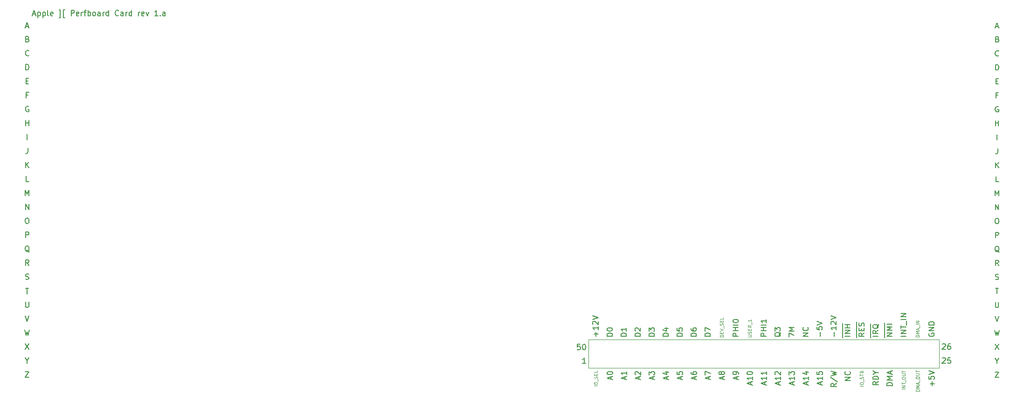
<source format=gto>
G04 #@! TF.GenerationSoftware,KiCad,Pcbnew,(5.1.2)-1*
G04 #@! TF.CreationDate,2019-09-18T07:33:38-07:00*
G04 #@! TF.ProjectId,AppleIIPerfBoardCard,4170706c-6549-4495-9065-7266426f6172,rev?*
G04 #@! TF.SameCoordinates,Original*
G04 #@! TF.FileFunction,Legend,Top*
G04 #@! TF.FilePolarity,Positive*
%FSLAX46Y46*%
G04 Gerber Fmt 4.6, Leading zero omitted, Abs format (unit mm)*
G04 Created by KiCad (PCBNEW (5.1.2)-1) date 2019-09-18 07:33:38*
%MOMM*%
%LPD*%
G04 APERTURE LIST*
%ADD10C,0.150000*%
%ADD11C,0.125000*%
%ADD12C,0.120000*%
%ADD13O,1.802000X1.802000*%
%ADD14C,1.802000*%
%ADD15R,1.372000X7.402000*%
%ADD16R,1.802000X1.802000*%
G04 APERTURE END LIST*
D10*
X56872740Y-61428926D02*
X57348931Y-61428926D01*
X56777502Y-61714640D02*
X57110836Y-60714640D01*
X57444169Y-61714640D01*
X57777502Y-61047974D02*
X57777502Y-62047974D01*
X57777502Y-61095593D02*
X57872740Y-61047974D01*
X58063217Y-61047974D01*
X58158455Y-61095593D01*
X58206074Y-61143212D01*
X58253693Y-61238450D01*
X58253693Y-61524164D01*
X58206074Y-61619402D01*
X58158455Y-61667021D01*
X58063217Y-61714640D01*
X57872740Y-61714640D01*
X57777502Y-61667021D01*
X58682264Y-61047974D02*
X58682264Y-62047974D01*
X58682264Y-61095593D02*
X58777502Y-61047974D01*
X58967979Y-61047974D01*
X59063217Y-61095593D01*
X59110836Y-61143212D01*
X59158455Y-61238450D01*
X59158455Y-61524164D01*
X59110836Y-61619402D01*
X59063217Y-61667021D01*
X58967979Y-61714640D01*
X58777502Y-61714640D01*
X58682264Y-61667021D01*
X59729883Y-61714640D02*
X59634645Y-61667021D01*
X59587026Y-61571783D01*
X59587026Y-60714640D01*
X60491788Y-61667021D02*
X60396550Y-61714640D01*
X60206074Y-61714640D01*
X60110836Y-61667021D01*
X60063217Y-61571783D01*
X60063217Y-61190831D01*
X60110836Y-61095593D01*
X60206074Y-61047974D01*
X60396550Y-61047974D01*
X60491788Y-61095593D01*
X60539407Y-61190831D01*
X60539407Y-61286069D01*
X60063217Y-61381307D01*
X61634645Y-62047974D02*
X61872740Y-62047974D01*
X61872740Y-60619402D01*
X61634645Y-60619402D01*
X62682264Y-62047974D02*
X62444169Y-62047974D01*
X62444169Y-60619402D01*
X62682264Y-60619402D01*
X63825121Y-61714640D02*
X63825121Y-60714640D01*
X64206074Y-60714640D01*
X64301312Y-60762260D01*
X64348931Y-60809879D01*
X64396550Y-60905117D01*
X64396550Y-61047974D01*
X64348931Y-61143212D01*
X64301312Y-61190831D01*
X64206074Y-61238450D01*
X63825121Y-61238450D01*
X65206074Y-61667021D02*
X65110836Y-61714640D01*
X64920360Y-61714640D01*
X64825121Y-61667021D01*
X64777502Y-61571783D01*
X64777502Y-61190831D01*
X64825121Y-61095593D01*
X64920360Y-61047974D01*
X65110836Y-61047974D01*
X65206074Y-61095593D01*
X65253693Y-61190831D01*
X65253693Y-61286069D01*
X64777502Y-61381307D01*
X65682264Y-61714640D02*
X65682264Y-61047974D01*
X65682264Y-61238450D02*
X65729883Y-61143212D01*
X65777502Y-61095593D01*
X65872740Y-61047974D01*
X65967979Y-61047974D01*
X66158455Y-61047974D02*
X66539407Y-61047974D01*
X66301312Y-61714640D02*
X66301312Y-60857498D01*
X66348931Y-60762260D01*
X66444169Y-60714640D01*
X66539407Y-60714640D01*
X66872740Y-61714640D02*
X66872740Y-60714640D01*
X66872740Y-61095593D02*
X66967979Y-61047974D01*
X67158455Y-61047974D01*
X67253693Y-61095593D01*
X67301312Y-61143212D01*
X67348931Y-61238450D01*
X67348931Y-61524164D01*
X67301312Y-61619402D01*
X67253693Y-61667021D01*
X67158455Y-61714640D01*
X66967979Y-61714640D01*
X66872740Y-61667021D01*
X67920360Y-61714640D02*
X67825121Y-61667021D01*
X67777502Y-61619402D01*
X67729883Y-61524164D01*
X67729883Y-61238450D01*
X67777502Y-61143212D01*
X67825121Y-61095593D01*
X67920360Y-61047974D01*
X68063217Y-61047974D01*
X68158455Y-61095593D01*
X68206074Y-61143212D01*
X68253693Y-61238450D01*
X68253693Y-61524164D01*
X68206074Y-61619402D01*
X68158455Y-61667021D01*
X68063217Y-61714640D01*
X67920360Y-61714640D01*
X69110836Y-61714640D02*
X69110836Y-61190831D01*
X69063217Y-61095593D01*
X68967979Y-61047974D01*
X68777502Y-61047974D01*
X68682264Y-61095593D01*
X69110836Y-61667021D02*
X69015598Y-61714640D01*
X68777502Y-61714640D01*
X68682264Y-61667021D01*
X68634645Y-61571783D01*
X68634645Y-61476545D01*
X68682264Y-61381307D01*
X68777502Y-61333688D01*
X69015598Y-61333688D01*
X69110836Y-61286069D01*
X69587026Y-61714640D02*
X69587026Y-61047974D01*
X69587026Y-61238450D02*
X69634645Y-61143212D01*
X69682264Y-61095593D01*
X69777502Y-61047974D01*
X69872740Y-61047974D01*
X70634645Y-61714640D02*
X70634645Y-60714640D01*
X70634645Y-61667021D02*
X70539407Y-61714640D01*
X70348931Y-61714640D01*
X70253693Y-61667021D01*
X70206074Y-61619402D01*
X70158455Y-61524164D01*
X70158455Y-61238450D01*
X70206074Y-61143212D01*
X70253693Y-61095593D01*
X70348931Y-61047974D01*
X70539407Y-61047974D01*
X70634645Y-61095593D01*
X72444169Y-61619402D02*
X72396550Y-61667021D01*
X72253693Y-61714640D01*
X72158455Y-61714640D01*
X72015598Y-61667021D01*
X71920360Y-61571783D01*
X71872740Y-61476545D01*
X71825121Y-61286069D01*
X71825121Y-61143212D01*
X71872740Y-60952736D01*
X71920360Y-60857498D01*
X72015598Y-60762260D01*
X72158455Y-60714640D01*
X72253693Y-60714640D01*
X72396550Y-60762260D01*
X72444169Y-60809879D01*
X73301312Y-61714640D02*
X73301312Y-61190831D01*
X73253693Y-61095593D01*
X73158455Y-61047974D01*
X72967979Y-61047974D01*
X72872740Y-61095593D01*
X73301312Y-61667021D02*
X73206074Y-61714640D01*
X72967979Y-61714640D01*
X72872740Y-61667021D01*
X72825121Y-61571783D01*
X72825121Y-61476545D01*
X72872740Y-61381307D01*
X72967979Y-61333688D01*
X73206074Y-61333688D01*
X73301312Y-61286069D01*
X73777502Y-61714640D02*
X73777502Y-61047974D01*
X73777502Y-61238450D02*
X73825121Y-61143212D01*
X73872740Y-61095593D01*
X73967979Y-61047974D01*
X74063217Y-61047974D01*
X74825121Y-61714640D02*
X74825121Y-60714640D01*
X74825121Y-61667021D02*
X74729883Y-61714640D01*
X74539407Y-61714640D01*
X74444169Y-61667021D01*
X74396550Y-61619402D01*
X74348931Y-61524164D01*
X74348931Y-61238450D01*
X74396550Y-61143212D01*
X74444169Y-61095593D01*
X74539407Y-61047974D01*
X74729883Y-61047974D01*
X74825121Y-61095593D01*
X76063217Y-61714640D02*
X76063217Y-61047974D01*
X76063217Y-61238450D02*
X76110836Y-61143212D01*
X76158455Y-61095593D01*
X76253693Y-61047974D01*
X76348931Y-61047974D01*
X77063217Y-61667021D02*
X76967979Y-61714640D01*
X76777502Y-61714640D01*
X76682264Y-61667021D01*
X76634645Y-61571783D01*
X76634645Y-61190831D01*
X76682264Y-61095593D01*
X76777502Y-61047974D01*
X76967979Y-61047974D01*
X77063217Y-61095593D01*
X77110836Y-61190831D01*
X77110836Y-61286069D01*
X76634645Y-61381307D01*
X77444169Y-61047974D02*
X77682264Y-61714640D01*
X77920360Y-61047974D01*
X79587026Y-61714640D02*
X79015598Y-61714640D01*
X79301312Y-61714640D02*
X79301312Y-60714640D01*
X79206074Y-60857498D01*
X79110836Y-60952736D01*
X79015598Y-61000355D01*
X80015598Y-61619402D02*
X80063217Y-61667021D01*
X80015598Y-61714640D01*
X79967979Y-61667021D01*
X80015598Y-61619402D01*
X80015598Y-61714640D01*
X80920360Y-61714640D02*
X80920360Y-61190831D01*
X80872740Y-61095593D01*
X80777502Y-61047974D01*
X80587026Y-61047974D01*
X80491788Y-61095593D01*
X80920360Y-61667021D02*
X80825121Y-61714640D01*
X80587026Y-61714640D01*
X80491788Y-61667021D01*
X80444169Y-61571783D01*
X80444169Y-61476545D01*
X80491788Y-61381307D01*
X80587026Y-61333688D01*
X80825121Y-61333688D01*
X80920360Y-61286069D01*
X219575760Y-119445155D02*
X219528140Y-119540393D01*
X219528140Y-119683250D01*
X219575760Y-119826107D01*
X219670998Y-119921345D01*
X219766236Y-119968964D01*
X219956712Y-120016583D01*
X220099569Y-120016583D01*
X220290045Y-119968964D01*
X220385283Y-119921345D01*
X220480521Y-119826107D01*
X220528140Y-119683250D01*
X220528140Y-119588012D01*
X220480521Y-119445155D01*
X220432902Y-119397536D01*
X220099569Y-119397536D01*
X220099569Y-119588012D01*
X220528140Y-118968964D02*
X219528140Y-118968964D01*
X220528140Y-118397536D01*
X219528140Y-118397536D01*
X220528140Y-117921345D02*
X219528140Y-117921345D01*
X219528140Y-117683250D01*
X219575760Y-117540393D01*
X219670998Y-117445155D01*
X219766236Y-117397536D01*
X219956712Y-117349917D01*
X220099569Y-117349917D01*
X220290045Y-117397536D01*
X220385283Y-117445155D01*
X220480521Y-117540393D01*
X220528140Y-117683250D01*
X220528140Y-117921345D01*
D11*
X217807188Y-120080452D02*
X217207188Y-120080452D01*
X217207188Y-119937595D01*
X217235760Y-119851881D01*
X217292902Y-119794738D01*
X217350045Y-119766167D01*
X217464331Y-119737595D01*
X217550045Y-119737595D01*
X217664331Y-119766167D01*
X217721474Y-119794738D01*
X217778617Y-119851881D01*
X217807188Y-119937595D01*
X217807188Y-120080452D01*
X217807188Y-119480452D02*
X217207188Y-119480452D01*
X217635760Y-119280452D01*
X217207188Y-119080452D01*
X217807188Y-119080452D01*
X217635760Y-118823310D02*
X217635760Y-118537595D01*
X217807188Y-118880452D02*
X217207188Y-118680452D01*
X217807188Y-118480452D01*
X217864331Y-118423310D02*
X217864331Y-117966167D01*
X217807188Y-117823310D02*
X217207188Y-117823310D01*
X217807188Y-117537595D02*
X217207188Y-117537595D01*
X217807188Y-117194738D01*
X217207188Y-117194738D01*
D10*
X215448140Y-119968964D02*
X214448140Y-119968964D01*
X215448140Y-119492774D02*
X214448140Y-119492774D01*
X215448140Y-118921345D01*
X214448140Y-118921345D01*
X214448140Y-118588012D02*
X214448140Y-118016583D01*
X215448140Y-118302298D02*
X214448140Y-118302298D01*
X215543379Y-117921345D02*
X215543379Y-117159440D01*
X215448140Y-116921345D02*
X214448140Y-116921345D01*
X215448140Y-116445155D02*
X214448140Y-116445155D01*
X215448140Y-115873726D01*
X214448140Y-115873726D01*
X211540760Y-120207060D02*
X211540760Y-119159440D01*
X212908140Y-119968964D02*
X211908140Y-119968964D01*
X212908140Y-119397536D01*
X211908140Y-119397536D01*
X211540760Y-119159440D02*
X211540760Y-118016583D01*
X212908140Y-118921345D02*
X211908140Y-118921345D01*
X212622426Y-118588012D01*
X211908140Y-118254679D01*
X212908140Y-118254679D01*
X211540760Y-118016583D02*
X211540760Y-117540393D01*
X212908140Y-117778488D02*
X211908140Y-117778488D01*
X209000760Y-120207060D02*
X209000760Y-119730869D01*
X210368140Y-119968964D02*
X209368140Y-119968964D01*
X209000760Y-119730869D02*
X209000760Y-118730869D01*
X210368140Y-118921345D02*
X209891950Y-119254679D01*
X210368140Y-119492774D02*
X209368140Y-119492774D01*
X209368140Y-119111821D01*
X209415760Y-119016583D01*
X209463379Y-118968964D01*
X209558617Y-118921345D01*
X209701474Y-118921345D01*
X209796712Y-118968964D01*
X209844331Y-119016583D01*
X209891950Y-119111821D01*
X209891950Y-119492774D01*
X209000760Y-118730869D02*
X209000760Y-117683250D01*
X210463379Y-117826107D02*
X210415760Y-117921345D01*
X210320521Y-118016583D01*
X210177664Y-118159440D01*
X210130045Y-118254679D01*
X210130045Y-118349917D01*
X210368140Y-118302298D02*
X210320521Y-118397536D01*
X210225283Y-118492774D01*
X210034807Y-118540393D01*
X209701474Y-118540393D01*
X209510998Y-118492774D01*
X209415760Y-118397536D01*
X209368140Y-118302298D01*
X209368140Y-118111821D01*
X209415760Y-118016583D01*
X209510998Y-117921345D01*
X209701474Y-117873726D01*
X210034807Y-117873726D01*
X210225283Y-117921345D01*
X210320521Y-118016583D01*
X210368140Y-118111821D01*
X210368140Y-118302298D01*
X206460760Y-120207060D02*
X206460760Y-119207060D01*
X207828140Y-119397536D02*
X207351950Y-119730869D01*
X207828140Y-119968964D02*
X206828140Y-119968964D01*
X206828140Y-119588012D01*
X206875760Y-119492774D01*
X206923379Y-119445155D01*
X207018617Y-119397536D01*
X207161474Y-119397536D01*
X207256712Y-119445155D01*
X207304331Y-119492774D01*
X207351950Y-119588012D01*
X207351950Y-119968964D01*
X206460760Y-119207060D02*
X206460760Y-118302298D01*
X207304331Y-118968964D02*
X207304331Y-118635631D01*
X207828140Y-118492774D02*
X207828140Y-118968964D01*
X206828140Y-118968964D01*
X206828140Y-118492774D01*
X206460760Y-118302298D02*
X206460760Y-117349917D01*
X207780521Y-118111821D02*
X207828140Y-117968964D01*
X207828140Y-117730869D01*
X207780521Y-117635631D01*
X207732902Y-117588012D01*
X207637664Y-117540393D01*
X207542426Y-117540393D01*
X207447188Y-117588012D01*
X207399569Y-117635631D01*
X207351950Y-117730869D01*
X207304331Y-117921345D01*
X207256712Y-118016583D01*
X207209093Y-118064202D01*
X207113855Y-118111821D01*
X207018617Y-118111821D01*
X206923379Y-118064202D01*
X206875760Y-118016583D01*
X206828140Y-117921345D01*
X206828140Y-117683250D01*
X206875760Y-117540393D01*
X203920760Y-120207060D02*
X203920760Y-119730869D01*
X205288140Y-119968964D02*
X204288140Y-119968964D01*
X203920760Y-119730869D02*
X203920760Y-118683250D01*
X205288140Y-119492774D02*
X204288140Y-119492774D01*
X205288140Y-118921345D01*
X204288140Y-118921345D01*
X203920760Y-118683250D02*
X203920760Y-117635631D01*
X205288140Y-118445155D02*
X204288140Y-118445155D01*
X204764331Y-118445155D02*
X204764331Y-117873726D01*
X205288140Y-117873726D02*
X204288140Y-117873726D01*
X202367188Y-119968964D02*
X202367188Y-119207060D01*
X202748140Y-118207060D02*
X202748140Y-118778488D01*
X202748140Y-118492774D02*
X201748140Y-118492774D01*
X201890998Y-118588012D01*
X201986236Y-118683250D01*
X202033855Y-118778488D01*
X201843379Y-117826107D02*
X201795760Y-117778488D01*
X201748140Y-117683250D01*
X201748140Y-117445155D01*
X201795760Y-117349917D01*
X201843379Y-117302298D01*
X201938617Y-117254679D01*
X202033855Y-117254679D01*
X202176712Y-117302298D01*
X202748140Y-117873726D01*
X202748140Y-117254679D01*
X201748140Y-116968964D02*
X202748140Y-116635631D01*
X201748140Y-116302298D01*
X199827188Y-119968964D02*
X199827188Y-119207060D01*
X199208140Y-118254679D02*
X199208140Y-118730869D01*
X199684331Y-118778488D01*
X199636712Y-118730869D01*
X199589093Y-118635631D01*
X199589093Y-118397536D01*
X199636712Y-118302298D01*
X199684331Y-118254679D01*
X199779569Y-118207060D01*
X200017664Y-118207060D01*
X200112902Y-118254679D01*
X200160521Y-118302298D01*
X200208140Y-118397536D01*
X200208140Y-118635631D01*
X200160521Y-118730869D01*
X200112902Y-118778488D01*
X199208140Y-117921345D02*
X200208140Y-117588012D01*
X199208140Y-117254679D01*
X197668140Y-119968964D02*
X196668140Y-119968964D01*
X197668140Y-119397536D01*
X196668140Y-119397536D01*
X197572902Y-118349917D02*
X197620521Y-118397536D01*
X197668140Y-118540393D01*
X197668140Y-118635631D01*
X197620521Y-118778488D01*
X197525283Y-118873726D01*
X197430045Y-118921345D01*
X197239569Y-118968964D01*
X197096712Y-118968964D01*
X196906236Y-118921345D01*
X196810998Y-118873726D01*
X196715760Y-118778488D01*
X196668140Y-118635631D01*
X196668140Y-118540393D01*
X196715760Y-118397536D01*
X196763379Y-118349917D01*
X194128140Y-120064202D02*
X194128140Y-119397536D01*
X195128140Y-119826107D01*
X195128140Y-119016583D02*
X194128140Y-119016583D01*
X194842426Y-118683250D01*
X194128140Y-118349917D01*
X195128140Y-118349917D01*
X192683379Y-119302298D02*
X192635760Y-119397536D01*
X192540521Y-119492774D01*
X192397664Y-119635631D01*
X192350045Y-119730869D01*
X192350045Y-119826107D01*
X192588140Y-119778488D02*
X192540521Y-119873726D01*
X192445283Y-119968964D01*
X192254807Y-120016583D01*
X191921474Y-120016583D01*
X191730998Y-119968964D01*
X191635760Y-119873726D01*
X191588140Y-119778488D01*
X191588140Y-119588012D01*
X191635760Y-119492774D01*
X191730998Y-119397536D01*
X191921474Y-119349917D01*
X192254807Y-119349917D01*
X192445283Y-119397536D01*
X192540521Y-119492774D01*
X192588140Y-119588012D01*
X192588140Y-119778488D01*
X191588140Y-119016583D02*
X191588140Y-118397536D01*
X191969093Y-118730869D01*
X191969093Y-118588012D01*
X192016712Y-118492774D01*
X192064331Y-118445155D01*
X192159569Y-118397536D01*
X192397664Y-118397536D01*
X192492902Y-118445155D01*
X192540521Y-118492774D01*
X192588140Y-118588012D01*
X192588140Y-118873726D01*
X192540521Y-118968964D01*
X192492902Y-119016583D01*
X190048140Y-119968964D02*
X189048140Y-119968964D01*
X189048140Y-119588012D01*
X189095760Y-119492774D01*
X189143379Y-119445155D01*
X189238617Y-119397536D01*
X189381474Y-119397536D01*
X189476712Y-119445155D01*
X189524331Y-119492774D01*
X189571950Y-119588012D01*
X189571950Y-119968964D01*
X190048140Y-118968964D02*
X189048140Y-118968964D01*
X189524331Y-118968964D02*
X189524331Y-118397536D01*
X190048140Y-118397536D02*
X189048140Y-118397536D01*
X190048140Y-117921345D02*
X189048140Y-117921345D01*
X190048140Y-116921345D02*
X190048140Y-117492774D01*
X190048140Y-117207060D02*
X189048140Y-117207060D01*
X189190998Y-117302298D01*
X189286236Y-117397536D01*
X189333855Y-117492774D01*
D11*
X186727188Y-120080452D02*
X187212902Y-120080452D01*
X187270045Y-120051881D01*
X187298617Y-120023310D01*
X187327188Y-119966167D01*
X187327188Y-119851881D01*
X187298617Y-119794738D01*
X187270045Y-119766167D01*
X187212902Y-119737595D01*
X186727188Y-119737595D01*
X187298617Y-119480452D02*
X187327188Y-119394738D01*
X187327188Y-119251881D01*
X187298617Y-119194738D01*
X187270045Y-119166167D01*
X187212902Y-119137595D01*
X187155760Y-119137595D01*
X187098617Y-119166167D01*
X187070045Y-119194738D01*
X187041474Y-119251881D01*
X187012902Y-119366167D01*
X186984331Y-119423310D01*
X186955760Y-119451881D01*
X186898617Y-119480452D01*
X186841474Y-119480452D01*
X186784331Y-119451881D01*
X186755760Y-119423310D01*
X186727188Y-119366167D01*
X186727188Y-119223310D01*
X186755760Y-119137595D01*
X187012902Y-118880452D02*
X187012902Y-118680452D01*
X187327188Y-118594738D02*
X187327188Y-118880452D01*
X186727188Y-118880452D01*
X186727188Y-118594738D01*
X187327188Y-117994738D02*
X187041474Y-118194738D01*
X187327188Y-118337595D02*
X186727188Y-118337595D01*
X186727188Y-118109024D01*
X186755760Y-118051881D01*
X186784331Y-118023310D01*
X186841474Y-117994738D01*
X186927188Y-117994738D01*
X186984331Y-118023310D01*
X187012902Y-118051881D01*
X187041474Y-118109024D01*
X187041474Y-118337595D01*
X187384331Y-117880452D02*
X187384331Y-117423310D01*
X187327188Y-116966167D02*
X187327188Y-117309024D01*
X187327188Y-117137595D02*
X186727188Y-117137595D01*
X186812902Y-117194738D01*
X186870045Y-117251881D01*
X186898617Y-117309024D01*
D10*
X184968140Y-119968964D02*
X183968140Y-119968964D01*
X183968140Y-119588012D01*
X184015760Y-119492774D01*
X184063379Y-119445155D01*
X184158617Y-119397536D01*
X184301474Y-119397536D01*
X184396712Y-119445155D01*
X184444331Y-119492774D01*
X184491950Y-119588012D01*
X184491950Y-119968964D01*
X184968140Y-118968964D02*
X183968140Y-118968964D01*
X184444331Y-118968964D02*
X184444331Y-118397536D01*
X184968140Y-118397536D02*
X183968140Y-118397536D01*
X184968140Y-117921345D02*
X183968140Y-117921345D01*
X183968140Y-117254679D02*
X183968140Y-117159440D01*
X184015760Y-117064202D01*
X184063379Y-117016583D01*
X184158617Y-116968964D01*
X184349093Y-116921345D01*
X184587188Y-116921345D01*
X184777664Y-116968964D01*
X184872902Y-117016583D01*
X184920521Y-117064202D01*
X184968140Y-117159440D01*
X184968140Y-117254679D01*
X184920521Y-117349917D01*
X184872902Y-117397536D01*
X184777664Y-117445155D01*
X184587188Y-117492774D01*
X184349093Y-117492774D01*
X184158617Y-117445155D01*
X184063379Y-117397536D01*
X184015760Y-117349917D01*
X183968140Y-117254679D01*
D11*
X182247188Y-120080452D02*
X181647188Y-120080452D01*
X181647188Y-119937595D01*
X181675760Y-119851881D01*
X181732902Y-119794738D01*
X181790045Y-119766167D01*
X181904331Y-119737595D01*
X181990045Y-119737595D01*
X182104331Y-119766167D01*
X182161474Y-119794738D01*
X182218617Y-119851881D01*
X182247188Y-119937595D01*
X182247188Y-120080452D01*
X181932902Y-119480452D02*
X181932902Y-119280452D01*
X182247188Y-119194738D02*
X182247188Y-119480452D01*
X181647188Y-119480452D01*
X181647188Y-119194738D01*
X181647188Y-119023310D02*
X182247188Y-118823310D01*
X181647188Y-118623310D01*
X182304331Y-118566167D02*
X182304331Y-118109024D01*
X182218617Y-117994738D02*
X182247188Y-117909024D01*
X182247188Y-117766167D01*
X182218617Y-117709024D01*
X182190045Y-117680452D01*
X182132902Y-117651881D01*
X182075760Y-117651881D01*
X182018617Y-117680452D01*
X181990045Y-117709024D01*
X181961474Y-117766167D01*
X181932902Y-117880452D01*
X181904331Y-117937595D01*
X181875760Y-117966167D01*
X181818617Y-117994738D01*
X181761474Y-117994738D01*
X181704331Y-117966167D01*
X181675760Y-117937595D01*
X181647188Y-117880452D01*
X181647188Y-117737595D01*
X181675760Y-117651881D01*
X181932902Y-117394738D02*
X181932902Y-117194738D01*
X182247188Y-117109024D02*
X182247188Y-117394738D01*
X181647188Y-117394738D01*
X181647188Y-117109024D01*
X182247188Y-116566167D02*
X182247188Y-116851881D01*
X181647188Y-116851881D01*
D10*
X179888140Y-119968964D02*
X178888140Y-119968964D01*
X178888140Y-119730869D01*
X178935760Y-119588012D01*
X179030998Y-119492774D01*
X179126236Y-119445155D01*
X179316712Y-119397536D01*
X179459569Y-119397536D01*
X179650045Y-119445155D01*
X179745283Y-119492774D01*
X179840521Y-119588012D01*
X179888140Y-119730869D01*
X179888140Y-119968964D01*
X178888140Y-119064202D02*
X178888140Y-118397536D01*
X179888140Y-118826107D01*
X177348140Y-119968964D02*
X176348140Y-119968964D01*
X176348140Y-119730869D01*
X176395760Y-119588012D01*
X176490998Y-119492774D01*
X176586236Y-119445155D01*
X176776712Y-119397536D01*
X176919569Y-119397536D01*
X177110045Y-119445155D01*
X177205283Y-119492774D01*
X177300521Y-119588012D01*
X177348140Y-119730869D01*
X177348140Y-119968964D01*
X176348140Y-118540393D02*
X176348140Y-118730869D01*
X176395760Y-118826107D01*
X176443379Y-118873726D01*
X176586236Y-118968964D01*
X176776712Y-119016583D01*
X177157664Y-119016583D01*
X177252902Y-118968964D01*
X177300521Y-118921345D01*
X177348140Y-118826107D01*
X177348140Y-118635631D01*
X177300521Y-118540393D01*
X177252902Y-118492774D01*
X177157664Y-118445155D01*
X176919569Y-118445155D01*
X176824331Y-118492774D01*
X176776712Y-118540393D01*
X176729093Y-118635631D01*
X176729093Y-118826107D01*
X176776712Y-118921345D01*
X176824331Y-118968964D01*
X176919569Y-119016583D01*
X174808140Y-119968964D02*
X173808140Y-119968964D01*
X173808140Y-119730869D01*
X173855760Y-119588012D01*
X173950998Y-119492774D01*
X174046236Y-119445155D01*
X174236712Y-119397536D01*
X174379569Y-119397536D01*
X174570045Y-119445155D01*
X174665283Y-119492774D01*
X174760521Y-119588012D01*
X174808140Y-119730869D01*
X174808140Y-119968964D01*
X173808140Y-118492774D02*
X173808140Y-118968964D01*
X174284331Y-119016583D01*
X174236712Y-118968964D01*
X174189093Y-118873726D01*
X174189093Y-118635631D01*
X174236712Y-118540393D01*
X174284331Y-118492774D01*
X174379569Y-118445155D01*
X174617664Y-118445155D01*
X174712902Y-118492774D01*
X174760521Y-118540393D01*
X174808140Y-118635631D01*
X174808140Y-118873726D01*
X174760521Y-118968964D01*
X174712902Y-119016583D01*
X172268140Y-119968964D02*
X171268140Y-119968964D01*
X171268140Y-119730869D01*
X171315760Y-119588012D01*
X171410998Y-119492774D01*
X171506236Y-119445155D01*
X171696712Y-119397536D01*
X171839569Y-119397536D01*
X172030045Y-119445155D01*
X172125283Y-119492774D01*
X172220521Y-119588012D01*
X172268140Y-119730869D01*
X172268140Y-119968964D01*
X171601474Y-118540393D02*
X172268140Y-118540393D01*
X171220521Y-118778488D02*
X171934807Y-119016583D01*
X171934807Y-118397536D01*
X169728140Y-119968964D02*
X168728140Y-119968964D01*
X168728140Y-119730869D01*
X168775760Y-119588012D01*
X168870998Y-119492774D01*
X168966236Y-119445155D01*
X169156712Y-119397536D01*
X169299569Y-119397536D01*
X169490045Y-119445155D01*
X169585283Y-119492774D01*
X169680521Y-119588012D01*
X169728140Y-119730869D01*
X169728140Y-119968964D01*
X168728140Y-119064202D02*
X168728140Y-118445155D01*
X169109093Y-118778488D01*
X169109093Y-118635631D01*
X169156712Y-118540393D01*
X169204331Y-118492774D01*
X169299569Y-118445155D01*
X169537664Y-118445155D01*
X169632902Y-118492774D01*
X169680521Y-118540393D01*
X169728140Y-118635631D01*
X169728140Y-118921345D01*
X169680521Y-119016583D01*
X169632902Y-119064202D01*
X167188140Y-119968964D02*
X166188140Y-119968964D01*
X166188140Y-119730869D01*
X166235760Y-119588012D01*
X166330998Y-119492774D01*
X166426236Y-119445155D01*
X166616712Y-119397536D01*
X166759569Y-119397536D01*
X166950045Y-119445155D01*
X167045283Y-119492774D01*
X167140521Y-119588012D01*
X167188140Y-119730869D01*
X167188140Y-119968964D01*
X166283379Y-119016583D02*
X166235760Y-118968964D01*
X166188140Y-118873726D01*
X166188140Y-118635631D01*
X166235760Y-118540393D01*
X166283379Y-118492774D01*
X166378617Y-118445155D01*
X166473855Y-118445155D01*
X166616712Y-118492774D01*
X167188140Y-119064202D01*
X167188140Y-118445155D01*
X164648140Y-119968964D02*
X163648140Y-119968964D01*
X163648140Y-119730869D01*
X163695760Y-119588012D01*
X163790998Y-119492774D01*
X163886236Y-119445155D01*
X164076712Y-119397536D01*
X164219569Y-119397536D01*
X164410045Y-119445155D01*
X164505283Y-119492774D01*
X164600521Y-119588012D01*
X164648140Y-119730869D01*
X164648140Y-119968964D01*
X164648140Y-118445155D02*
X164648140Y-119016583D01*
X164648140Y-118730869D02*
X163648140Y-118730869D01*
X163790998Y-118826107D01*
X163886236Y-118921345D01*
X163933855Y-119016583D01*
X220167508Y-129000243D02*
X220167508Y-128238339D01*
X220548460Y-128619291D02*
X219786556Y-128619291D01*
X219548460Y-127285958D02*
X219548460Y-127762148D01*
X220024651Y-127809767D01*
X219977032Y-127762148D01*
X219929413Y-127666910D01*
X219929413Y-127428815D01*
X219977032Y-127333577D01*
X220024651Y-127285958D01*
X220119889Y-127238339D01*
X220357984Y-127238339D01*
X220453222Y-127285958D01*
X220500841Y-127333577D01*
X220548460Y-127428815D01*
X220548460Y-127666910D01*
X220500841Y-127762148D01*
X220453222Y-127809767D01*
X219548460Y-126952624D02*
X220548460Y-126619291D01*
X219548460Y-126285958D01*
D11*
X217835128Y-129957321D02*
X217235128Y-129957321D01*
X217235128Y-129814464D01*
X217263700Y-129728750D01*
X217320842Y-129671607D01*
X217377985Y-129643035D01*
X217492271Y-129614464D01*
X217577985Y-129614464D01*
X217692271Y-129643035D01*
X217749414Y-129671607D01*
X217806557Y-129728750D01*
X217835128Y-129814464D01*
X217835128Y-129957321D01*
X217835128Y-129357321D02*
X217235128Y-129357321D01*
X217663700Y-129157321D01*
X217235128Y-128957321D01*
X217835128Y-128957321D01*
X217663700Y-128700178D02*
X217663700Y-128414464D01*
X217835128Y-128757321D02*
X217235128Y-128557321D01*
X217835128Y-128357321D01*
X217892271Y-128300178D02*
X217892271Y-127843035D01*
X217235128Y-127585892D02*
X217235128Y-127471607D01*
X217263700Y-127414464D01*
X217320842Y-127357321D01*
X217435128Y-127328750D01*
X217635128Y-127328750D01*
X217749414Y-127357321D01*
X217806557Y-127414464D01*
X217835128Y-127471607D01*
X217835128Y-127585892D01*
X217806557Y-127643035D01*
X217749414Y-127700178D01*
X217635128Y-127728750D01*
X217435128Y-127728750D01*
X217320842Y-127700178D01*
X217263700Y-127643035D01*
X217235128Y-127585892D01*
X217235128Y-127071607D02*
X217720842Y-127071607D01*
X217777985Y-127043035D01*
X217806557Y-127014464D01*
X217835128Y-126957321D01*
X217835128Y-126843035D01*
X217806557Y-126785892D01*
X217777985Y-126757321D01*
X217720842Y-126728750D01*
X217235128Y-126728750D01*
X217235128Y-126528750D02*
X217235128Y-126185892D01*
X217835128Y-126357321D02*
X217235128Y-126357321D01*
X215287508Y-129574470D02*
X214687508Y-129574470D01*
X215287508Y-129288755D02*
X214687508Y-129288755D01*
X215287508Y-128945898D01*
X214687508Y-128945898D01*
X214687508Y-128745898D02*
X214687508Y-128403041D01*
X215287508Y-128574470D02*
X214687508Y-128574470D01*
X215344651Y-128345898D02*
X215344651Y-127888755D01*
X214687508Y-127631612D02*
X214687508Y-127517327D01*
X214716080Y-127460184D01*
X214773222Y-127403041D01*
X214887508Y-127374470D01*
X215087508Y-127374470D01*
X215201794Y-127403041D01*
X215258937Y-127460184D01*
X215287508Y-127517327D01*
X215287508Y-127631612D01*
X215258937Y-127688755D01*
X215201794Y-127745898D01*
X215087508Y-127774470D01*
X214887508Y-127774470D01*
X214773222Y-127745898D01*
X214716080Y-127688755D01*
X214687508Y-127631612D01*
X214687508Y-127117327D02*
X215173222Y-127117327D01*
X215230365Y-127088755D01*
X215258937Y-127060184D01*
X215287508Y-127003041D01*
X215287508Y-126888755D01*
X215258937Y-126831612D01*
X215230365Y-126803041D01*
X215173222Y-126774470D01*
X214687508Y-126774470D01*
X214687508Y-126574470D02*
X214687508Y-126231612D01*
X215287508Y-126403041D02*
X214687508Y-126403041D01*
D10*
X212928460Y-128952624D02*
X211928460Y-128952624D01*
X211928460Y-128714529D01*
X211976080Y-128571672D01*
X212071318Y-128476434D01*
X212166556Y-128428815D01*
X212357032Y-128381196D01*
X212499889Y-128381196D01*
X212690365Y-128428815D01*
X212785603Y-128476434D01*
X212880841Y-128571672D01*
X212928460Y-128714529D01*
X212928460Y-128952624D01*
X212928460Y-127952624D02*
X211928460Y-127952624D01*
X212642746Y-127619291D01*
X211928460Y-127285958D01*
X212928460Y-127285958D01*
X212642746Y-126857386D02*
X212642746Y-126381196D01*
X212928460Y-126952624D02*
X211928460Y-126619291D01*
X212928460Y-126285958D01*
X210388460Y-128238339D02*
X209912270Y-128571672D01*
X210388460Y-128809767D02*
X209388460Y-128809767D01*
X209388460Y-128428815D01*
X209436080Y-128333577D01*
X209483699Y-128285958D01*
X209578937Y-128238339D01*
X209721794Y-128238339D01*
X209817032Y-128285958D01*
X209864651Y-128333577D01*
X209912270Y-128428815D01*
X209912270Y-128809767D01*
X210388460Y-127809767D02*
X209388460Y-127809767D01*
X209388460Y-127571672D01*
X209436080Y-127428815D01*
X209531318Y-127333577D01*
X209626556Y-127285958D01*
X209817032Y-127238339D01*
X209959889Y-127238339D01*
X210150365Y-127285958D01*
X210245603Y-127333577D01*
X210340841Y-127428815D01*
X210388460Y-127571672D01*
X210388460Y-127809767D01*
X209912270Y-126619291D02*
X210388460Y-126619291D01*
X209388460Y-126952624D02*
X209912270Y-126619291D01*
X209388460Y-126285958D01*
D11*
X207667508Y-129031612D02*
X207067508Y-129031612D01*
X207067508Y-128631612D02*
X207067508Y-128517327D01*
X207096080Y-128460184D01*
X207153222Y-128403041D01*
X207267508Y-128374470D01*
X207467508Y-128374470D01*
X207581794Y-128403041D01*
X207638937Y-128460184D01*
X207667508Y-128517327D01*
X207667508Y-128631612D01*
X207638937Y-128688755D01*
X207581794Y-128745898D01*
X207467508Y-128774470D01*
X207267508Y-128774470D01*
X207153222Y-128745898D01*
X207096080Y-128688755D01*
X207067508Y-128631612D01*
X207724651Y-128260184D02*
X207724651Y-127803041D01*
X207638937Y-127688755D02*
X207667508Y-127603041D01*
X207667508Y-127460184D01*
X207638937Y-127403041D01*
X207610365Y-127374470D01*
X207553222Y-127345898D01*
X207496080Y-127345898D01*
X207438937Y-127374470D01*
X207410365Y-127403041D01*
X207381794Y-127460184D01*
X207353222Y-127574470D01*
X207324651Y-127631612D01*
X207296080Y-127660184D01*
X207238937Y-127688755D01*
X207181794Y-127688755D01*
X207124651Y-127660184D01*
X207096080Y-127631612D01*
X207067508Y-127574470D01*
X207067508Y-127431612D01*
X207096080Y-127345898D01*
X207067508Y-127174470D02*
X207067508Y-126831612D01*
X207667508Y-127003041D02*
X207067508Y-127003041D01*
X207353222Y-126431612D02*
X207381794Y-126345898D01*
X207410365Y-126317327D01*
X207467508Y-126288755D01*
X207553222Y-126288755D01*
X207610365Y-126317327D01*
X207638937Y-126345898D01*
X207667508Y-126403041D01*
X207667508Y-126631612D01*
X207067508Y-126631612D01*
X207067508Y-126431612D01*
X207096080Y-126374470D01*
X207124651Y-126345898D01*
X207181794Y-126317327D01*
X207238937Y-126317327D01*
X207296080Y-126345898D01*
X207324651Y-126374470D01*
X207353222Y-126431612D01*
X207353222Y-126631612D01*
D10*
X205308460Y-128000243D02*
X204308460Y-128000243D01*
X205308460Y-127428815D01*
X204308460Y-127428815D01*
X205213222Y-126381196D02*
X205260841Y-126428815D01*
X205308460Y-126571672D01*
X205308460Y-126666910D01*
X205260841Y-126809767D01*
X205165603Y-126905005D01*
X205070365Y-126952624D01*
X204879889Y-127000243D01*
X204737032Y-127000243D01*
X204546556Y-126952624D01*
X204451318Y-126905005D01*
X204356080Y-126809767D01*
X204308460Y-126666910D01*
X204308460Y-126571672D01*
X204356080Y-126428815D01*
X204403699Y-126381196D01*
X202768460Y-128571672D02*
X202292270Y-128905005D01*
X202768460Y-129143100D02*
X201768460Y-129143100D01*
X201768460Y-128762148D01*
X201816080Y-128666910D01*
X201863699Y-128619291D01*
X201958937Y-128571672D01*
X202101794Y-128571672D01*
X202197032Y-128619291D01*
X202244651Y-128666910D01*
X202292270Y-128762148D01*
X202292270Y-129143100D01*
X201720841Y-127428815D02*
X203006556Y-128285958D01*
X201768460Y-127190720D02*
X202768460Y-126952624D01*
X202054175Y-126762148D01*
X202768460Y-126571672D01*
X201768460Y-126333577D01*
X199942746Y-128762148D02*
X199942746Y-128285958D01*
X200228460Y-128857386D02*
X199228460Y-128524053D01*
X200228460Y-128190720D01*
X200228460Y-127333577D02*
X200228460Y-127905005D01*
X200228460Y-127619291D02*
X199228460Y-127619291D01*
X199371318Y-127714529D01*
X199466556Y-127809767D01*
X199514175Y-127905005D01*
X199228460Y-126428815D02*
X199228460Y-126905005D01*
X199704651Y-126952624D01*
X199657032Y-126905005D01*
X199609413Y-126809767D01*
X199609413Y-126571672D01*
X199657032Y-126476434D01*
X199704651Y-126428815D01*
X199799889Y-126381196D01*
X200037984Y-126381196D01*
X200133222Y-126428815D01*
X200180841Y-126476434D01*
X200228460Y-126571672D01*
X200228460Y-126809767D01*
X200180841Y-126905005D01*
X200133222Y-126952624D01*
X197402746Y-128762148D02*
X197402746Y-128285958D01*
X197688460Y-128857386D02*
X196688460Y-128524053D01*
X197688460Y-128190720D01*
X197688460Y-127333577D02*
X197688460Y-127905005D01*
X197688460Y-127619291D02*
X196688460Y-127619291D01*
X196831318Y-127714529D01*
X196926556Y-127809767D01*
X196974175Y-127905005D01*
X197021794Y-126476434D02*
X197688460Y-126476434D01*
X196640841Y-126714529D02*
X197355127Y-126952624D01*
X197355127Y-126333577D01*
X194862746Y-128762148D02*
X194862746Y-128285958D01*
X195148460Y-128857386D02*
X194148460Y-128524053D01*
X195148460Y-128190720D01*
X195148460Y-127333577D02*
X195148460Y-127905005D01*
X195148460Y-127619291D02*
X194148460Y-127619291D01*
X194291318Y-127714529D01*
X194386556Y-127809767D01*
X194434175Y-127905005D01*
X194148460Y-127000243D02*
X194148460Y-126381196D01*
X194529413Y-126714529D01*
X194529413Y-126571672D01*
X194577032Y-126476434D01*
X194624651Y-126428815D01*
X194719889Y-126381196D01*
X194957984Y-126381196D01*
X195053222Y-126428815D01*
X195100841Y-126476434D01*
X195148460Y-126571672D01*
X195148460Y-126857386D01*
X195100841Y-126952624D01*
X195053222Y-127000243D01*
X192322746Y-128762148D02*
X192322746Y-128285958D01*
X192608460Y-128857386D02*
X191608460Y-128524053D01*
X192608460Y-128190720D01*
X192608460Y-127333577D02*
X192608460Y-127905005D01*
X192608460Y-127619291D02*
X191608460Y-127619291D01*
X191751318Y-127714529D01*
X191846556Y-127809767D01*
X191894175Y-127905005D01*
X191703699Y-126952624D02*
X191656080Y-126905005D01*
X191608460Y-126809767D01*
X191608460Y-126571672D01*
X191656080Y-126476434D01*
X191703699Y-126428815D01*
X191798937Y-126381196D01*
X191894175Y-126381196D01*
X192037032Y-126428815D01*
X192608460Y-127000243D01*
X192608460Y-126381196D01*
X189782746Y-128762148D02*
X189782746Y-128285958D01*
X190068460Y-128857386D02*
X189068460Y-128524053D01*
X190068460Y-128190720D01*
X190068460Y-127333577D02*
X190068460Y-127905005D01*
X190068460Y-127619291D02*
X189068460Y-127619291D01*
X189211318Y-127714529D01*
X189306556Y-127809767D01*
X189354175Y-127905005D01*
X190068460Y-126381196D02*
X190068460Y-126952624D01*
X190068460Y-126666910D02*
X189068460Y-126666910D01*
X189211318Y-126762148D01*
X189306556Y-126857386D01*
X189354175Y-126952624D01*
X187242746Y-128762148D02*
X187242746Y-128285958D01*
X187528460Y-128857386D02*
X186528460Y-128524053D01*
X187528460Y-128190720D01*
X187528460Y-127333577D02*
X187528460Y-127905005D01*
X187528460Y-127619291D02*
X186528460Y-127619291D01*
X186671318Y-127714529D01*
X186766556Y-127809767D01*
X186814175Y-127905005D01*
X186528460Y-126714529D02*
X186528460Y-126619291D01*
X186576080Y-126524053D01*
X186623699Y-126476434D01*
X186718937Y-126428815D01*
X186909413Y-126381196D01*
X187147508Y-126381196D01*
X187337984Y-126428815D01*
X187433222Y-126476434D01*
X187480841Y-126524053D01*
X187528460Y-126619291D01*
X187528460Y-126714529D01*
X187480841Y-126809767D01*
X187433222Y-126857386D01*
X187337984Y-126905005D01*
X187147508Y-126952624D01*
X186909413Y-126952624D01*
X186718937Y-126905005D01*
X186623699Y-126857386D01*
X186576080Y-126809767D01*
X186528460Y-126714529D01*
X184702746Y-127809767D02*
X184702746Y-127333577D01*
X184988460Y-127905005D02*
X183988460Y-127571672D01*
X184988460Y-127238339D01*
X184988460Y-126857386D02*
X184988460Y-126666910D01*
X184940841Y-126571672D01*
X184893222Y-126524053D01*
X184750365Y-126428815D01*
X184559889Y-126381196D01*
X184178937Y-126381196D01*
X184083699Y-126428815D01*
X184036080Y-126476434D01*
X183988460Y-126571672D01*
X183988460Y-126762148D01*
X184036080Y-126857386D01*
X184083699Y-126905005D01*
X184178937Y-126952624D01*
X184417032Y-126952624D01*
X184512270Y-126905005D01*
X184559889Y-126857386D01*
X184607508Y-126762148D01*
X184607508Y-126571672D01*
X184559889Y-126476434D01*
X184512270Y-126428815D01*
X184417032Y-126381196D01*
X182162746Y-127809767D02*
X182162746Y-127333577D01*
X182448460Y-127905005D02*
X181448460Y-127571672D01*
X182448460Y-127238339D01*
X181877032Y-126762148D02*
X181829413Y-126857386D01*
X181781794Y-126905005D01*
X181686556Y-126952624D01*
X181638937Y-126952624D01*
X181543699Y-126905005D01*
X181496080Y-126857386D01*
X181448460Y-126762148D01*
X181448460Y-126571672D01*
X181496080Y-126476434D01*
X181543699Y-126428815D01*
X181638937Y-126381196D01*
X181686556Y-126381196D01*
X181781794Y-126428815D01*
X181829413Y-126476434D01*
X181877032Y-126571672D01*
X181877032Y-126762148D01*
X181924651Y-126857386D01*
X181972270Y-126905005D01*
X182067508Y-126952624D01*
X182257984Y-126952624D01*
X182353222Y-126905005D01*
X182400841Y-126857386D01*
X182448460Y-126762148D01*
X182448460Y-126571672D01*
X182400841Y-126476434D01*
X182353222Y-126428815D01*
X182257984Y-126381196D01*
X182067508Y-126381196D01*
X181972270Y-126428815D01*
X181924651Y-126476434D01*
X181877032Y-126571672D01*
X179622746Y-127809767D02*
X179622746Y-127333577D01*
X179908460Y-127905005D02*
X178908460Y-127571672D01*
X179908460Y-127238339D01*
X178908460Y-127000243D02*
X178908460Y-126333577D01*
X179908460Y-126762148D01*
X177082746Y-127809767D02*
X177082746Y-127333577D01*
X177368460Y-127905005D02*
X176368460Y-127571672D01*
X177368460Y-127238339D01*
X176368460Y-126476434D02*
X176368460Y-126666910D01*
X176416080Y-126762148D01*
X176463699Y-126809767D01*
X176606556Y-126905005D01*
X176797032Y-126952624D01*
X177177984Y-126952624D01*
X177273222Y-126905005D01*
X177320841Y-126857386D01*
X177368460Y-126762148D01*
X177368460Y-126571672D01*
X177320841Y-126476434D01*
X177273222Y-126428815D01*
X177177984Y-126381196D01*
X176939889Y-126381196D01*
X176844651Y-126428815D01*
X176797032Y-126476434D01*
X176749413Y-126571672D01*
X176749413Y-126762148D01*
X176797032Y-126857386D01*
X176844651Y-126905005D01*
X176939889Y-126952624D01*
X174542746Y-127809767D02*
X174542746Y-127333577D01*
X174828460Y-127905005D02*
X173828460Y-127571672D01*
X174828460Y-127238339D01*
X173828460Y-126428815D02*
X173828460Y-126905005D01*
X174304651Y-126952624D01*
X174257032Y-126905005D01*
X174209413Y-126809767D01*
X174209413Y-126571672D01*
X174257032Y-126476434D01*
X174304651Y-126428815D01*
X174399889Y-126381196D01*
X174637984Y-126381196D01*
X174733222Y-126428815D01*
X174780841Y-126476434D01*
X174828460Y-126571672D01*
X174828460Y-126809767D01*
X174780841Y-126905005D01*
X174733222Y-126952624D01*
X172002746Y-127809767D02*
X172002746Y-127333577D01*
X172288460Y-127905005D02*
X171288460Y-127571672D01*
X172288460Y-127238339D01*
X171621794Y-126476434D02*
X172288460Y-126476434D01*
X171240841Y-126714529D02*
X171955127Y-126952624D01*
X171955127Y-126333577D01*
X169462746Y-127809767D02*
X169462746Y-127333577D01*
X169748460Y-127905005D02*
X168748460Y-127571672D01*
X169748460Y-127238339D01*
X168748460Y-127000243D02*
X168748460Y-126381196D01*
X169129413Y-126714529D01*
X169129413Y-126571672D01*
X169177032Y-126476434D01*
X169224651Y-126428815D01*
X169319889Y-126381196D01*
X169557984Y-126381196D01*
X169653222Y-126428815D01*
X169700841Y-126476434D01*
X169748460Y-126571672D01*
X169748460Y-126857386D01*
X169700841Y-126952624D01*
X169653222Y-127000243D01*
X166922746Y-127809767D02*
X166922746Y-127333577D01*
X167208460Y-127905005D02*
X166208460Y-127571672D01*
X167208460Y-127238339D01*
X166303699Y-126952624D02*
X166256080Y-126905005D01*
X166208460Y-126809767D01*
X166208460Y-126571672D01*
X166256080Y-126476434D01*
X166303699Y-126428815D01*
X166398937Y-126381196D01*
X166494175Y-126381196D01*
X166637032Y-126428815D01*
X167208460Y-127000243D01*
X167208460Y-126381196D01*
X164382746Y-127809767D02*
X164382746Y-127333577D01*
X164668460Y-127905005D02*
X163668460Y-127571672D01*
X164668460Y-127238339D01*
X164668460Y-126381196D02*
X164668460Y-126952624D01*
X164668460Y-126666910D02*
X163668460Y-126666910D01*
X163811318Y-126762148D01*
X163906556Y-126857386D01*
X163954175Y-126952624D01*
X161842746Y-127809767D02*
X161842746Y-127333577D01*
X162128460Y-127905005D02*
X161128460Y-127571672D01*
X162128460Y-127238339D01*
X161128460Y-126714529D02*
X161128460Y-126619291D01*
X161176080Y-126524053D01*
X161223699Y-126476434D01*
X161318937Y-126428815D01*
X161509413Y-126381196D01*
X161747508Y-126381196D01*
X161937984Y-126428815D01*
X162033222Y-126476434D01*
X162080841Y-126524053D01*
X162128460Y-126619291D01*
X162128460Y-126714529D01*
X162080841Y-126809767D01*
X162033222Y-126857386D01*
X161937984Y-126905005D01*
X161747508Y-126952624D01*
X161509413Y-126952624D01*
X161318937Y-126905005D01*
X161223699Y-126857386D01*
X161176080Y-126809767D01*
X161128460Y-126714529D01*
D11*
X159407508Y-129003041D02*
X158807508Y-129003041D01*
X158807508Y-128603041D02*
X158807508Y-128488755D01*
X158836080Y-128431612D01*
X158893222Y-128374470D01*
X159007508Y-128345898D01*
X159207508Y-128345898D01*
X159321794Y-128374470D01*
X159378937Y-128431612D01*
X159407508Y-128488755D01*
X159407508Y-128603041D01*
X159378937Y-128660184D01*
X159321794Y-128717327D01*
X159207508Y-128745898D01*
X159007508Y-128745898D01*
X158893222Y-128717327D01*
X158836080Y-128660184D01*
X158807508Y-128603041D01*
X159464651Y-128231612D02*
X159464651Y-127774470D01*
X159378937Y-127660184D02*
X159407508Y-127574470D01*
X159407508Y-127431612D01*
X159378937Y-127374470D01*
X159350365Y-127345898D01*
X159293222Y-127317327D01*
X159236080Y-127317327D01*
X159178937Y-127345898D01*
X159150365Y-127374470D01*
X159121794Y-127431612D01*
X159093222Y-127545898D01*
X159064651Y-127603041D01*
X159036080Y-127631612D01*
X158978937Y-127660184D01*
X158921794Y-127660184D01*
X158864651Y-127631612D01*
X158836080Y-127603041D01*
X158807508Y-127545898D01*
X158807508Y-127403041D01*
X158836080Y-127317327D01*
X159093222Y-127060184D02*
X159093222Y-126860184D01*
X159407508Y-126774470D02*
X159407508Y-127060184D01*
X158807508Y-127060184D01*
X158807508Y-126774470D01*
X159407508Y-126231612D02*
X159407508Y-126517327D01*
X158807508Y-126517327D01*
D10*
X162108140Y-119968964D02*
X161108140Y-119968964D01*
X161108140Y-119730869D01*
X161155760Y-119588012D01*
X161250998Y-119492774D01*
X161346236Y-119445155D01*
X161536712Y-119397536D01*
X161679569Y-119397536D01*
X161870045Y-119445155D01*
X161965283Y-119492774D01*
X162060521Y-119588012D01*
X162108140Y-119730869D01*
X162108140Y-119968964D01*
X161108140Y-118778488D02*
X161108140Y-118683250D01*
X161155760Y-118588012D01*
X161203379Y-118540393D01*
X161298617Y-118492774D01*
X161489093Y-118445155D01*
X161727188Y-118445155D01*
X161917664Y-118492774D01*
X162012902Y-118540393D01*
X162060521Y-118588012D01*
X162108140Y-118683250D01*
X162108140Y-118778488D01*
X162060521Y-118873726D01*
X162012902Y-118921345D01*
X161917664Y-118968964D01*
X161727188Y-119016583D01*
X161489093Y-119016583D01*
X161298617Y-118968964D01*
X161203379Y-118921345D01*
X161155760Y-118873726D01*
X161108140Y-118778488D01*
X222006255Y-123994919D02*
X222053874Y-123947300D01*
X222149112Y-123899680D01*
X222387207Y-123899680D01*
X222482445Y-123947300D01*
X222530064Y-123994919D01*
X222577683Y-124090157D01*
X222577683Y-124185395D01*
X222530064Y-124328252D01*
X221958636Y-124899680D01*
X222577683Y-124899680D01*
X223482445Y-123899680D02*
X223006255Y-123899680D01*
X222958636Y-124375871D01*
X223006255Y-124328252D01*
X223101493Y-124280633D01*
X223339588Y-124280633D01*
X223434826Y-124328252D01*
X223482445Y-124375871D01*
X223530064Y-124471109D01*
X223530064Y-124709204D01*
X223482445Y-124804442D01*
X223434826Y-124852061D01*
X223339588Y-124899680D01*
X223101493Y-124899680D01*
X223006255Y-124852061D01*
X222958636Y-124804442D01*
X222006255Y-121457459D02*
X222053874Y-121409840D01*
X222149112Y-121362220D01*
X222387207Y-121362220D01*
X222482445Y-121409840D01*
X222530064Y-121457459D01*
X222577683Y-121552697D01*
X222577683Y-121647935D01*
X222530064Y-121790792D01*
X221958636Y-122362220D01*
X222577683Y-122362220D01*
X223434826Y-121362220D02*
X223244350Y-121362220D01*
X223149112Y-121409840D01*
X223101493Y-121457459D01*
X223006255Y-121600316D01*
X222958636Y-121790792D01*
X222958636Y-122171744D01*
X223006255Y-122266982D01*
X223053874Y-122314601D01*
X223149112Y-122362220D01*
X223339588Y-122362220D01*
X223434826Y-122314601D01*
X223482445Y-122266982D01*
X223530064Y-122171744D01*
X223530064Y-121933649D01*
X223482445Y-121838411D01*
X223434826Y-121790792D01*
X223339588Y-121743173D01*
X223149112Y-121743173D01*
X223053874Y-121790792D01*
X223006255Y-121838411D01*
X222958636Y-121933649D01*
X157262794Y-124897140D02*
X156691365Y-124897140D01*
X156977080Y-124897140D02*
X156977080Y-123897140D01*
X156881841Y-124039998D01*
X156786603Y-124135236D01*
X156691365Y-124182855D01*
X156236064Y-121425720D02*
X155759874Y-121425720D01*
X155712255Y-121901911D01*
X155759874Y-121854292D01*
X155855112Y-121806673D01*
X156093207Y-121806673D01*
X156188445Y-121854292D01*
X156236064Y-121901911D01*
X156283683Y-121997149D01*
X156283683Y-122235244D01*
X156236064Y-122330482D01*
X156188445Y-122378101D01*
X156093207Y-122425720D01*
X155855112Y-122425720D01*
X155759874Y-122378101D01*
X155712255Y-122330482D01*
X156902731Y-121425720D02*
X156997969Y-121425720D01*
X157093207Y-121473340D01*
X157140826Y-121520959D01*
X157188445Y-121616197D01*
X157236064Y-121806673D01*
X157236064Y-122044768D01*
X157188445Y-122235244D01*
X157140826Y-122330482D01*
X157093207Y-122378101D01*
X156997969Y-122425720D01*
X156902731Y-122425720D01*
X156807493Y-122378101D01*
X156759874Y-122330482D01*
X156712255Y-122235244D01*
X156664636Y-122044768D01*
X156664636Y-121806673D01*
X156712255Y-121616197D01*
X156759874Y-121520959D01*
X156807493Y-121473340D01*
X156902731Y-121425720D01*
X159133848Y-119966424D02*
X159133848Y-119204520D01*
X159514800Y-119585472D02*
X158752896Y-119585472D01*
X159514800Y-118204520D02*
X159514800Y-118775948D01*
X159514800Y-118490234D02*
X158514800Y-118490234D01*
X158657658Y-118585472D01*
X158752896Y-118680710D01*
X158800515Y-118775948D01*
X158610039Y-117823567D02*
X158562420Y-117775948D01*
X158514800Y-117680710D01*
X158514800Y-117442615D01*
X158562420Y-117347377D01*
X158610039Y-117299758D01*
X158705277Y-117252139D01*
X158800515Y-117252139D01*
X158943372Y-117299758D01*
X159514800Y-117871186D01*
X159514800Y-117252139D01*
X158514800Y-116966424D02*
X159514800Y-116633091D01*
X158514800Y-116299758D01*
X231601006Y-126467620D02*
X232267673Y-126467620D01*
X231601006Y-127467620D01*
X232267673Y-127467620D01*
X231934340Y-124451430D02*
X231934340Y-124927620D01*
X231601006Y-123927620D02*
X231934340Y-124451430D01*
X232267673Y-123927620D01*
X231601006Y-121387620D02*
X232267673Y-122387620D01*
X232267673Y-121387620D02*
X231601006Y-122387620D01*
X231505768Y-118847620D02*
X231743863Y-119847620D01*
X231934340Y-119133335D01*
X232124816Y-119847620D01*
X232362911Y-118847620D01*
X231601006Y-116307620D02*
X231934340Y-117307620D01*
X232267673Y-116307620D01*
X231648625Y-113767620D02*
X231648625Y-114577144D01*
X231696244Y-114672382D01*
X231743863Y-114720001D01*
X231839101Y-114767620D01*
X232029578Y-114767620D01*
X232124816Y-114720001D01*
X232172435Y-114672382D01*
X232220054Y-114577144D01*
X232220054Y-113767620D01*
X231648625Y-111227620D02*
X232220054Y-111227620D01*
X231934340Y-112227620D02*
X231934340Y-111227620D01*
X231648625Y-109640001D02*
X231791482Y-109687620D01*
X232029578Y-109687620D01*
X232124816Y-109640001D01*
X232172435Y-109592382D01*
X232220054Y-109497144D01*
X232220054Y-109401906D01*
X232172435Y-109306668D01*
X232124816Y-109259049D01*
X232029578Y-109211430D01*
X231839101Y-109163811D01*
X231743863Y-109116192D01*
X231696244Y-109068573D01*
X231648625Y-108973335D01*
X231648625Y-108878097D01*
X231696244Y-108782859D01*
X231743863Y-108735240D01*
X231839101Y-108687620D01*
X232077197Y-108687620D01*
X232220054Y-108735240D01*
X232243863Y-107147620D02*
X231910530Y-106671430D01*
X231672435Y-107147620D02*
X231672435Y-106147620D01*
X232053387Y-106147620D01*
X232148625Y-106195240D01*
X232196244Y-106242859D01*
X232243863Y-106338097D01*
X232243863Y-106480954D01*
X232196244Y-106576192D01*
X232148625Y-106623811D01*
X232053387Y-106671430D01*
X231672435Y-106671430D01*
X232315292Y-104702859D02*
X232220054Y-104655240D01*
X232124816Y-104560001D01*
X231981959Y-104417144D01*
X231886720Y-104369525D01*
X231791482Y-104369525D01*
X231839101Y-104607620D02*
X231743863Y-104560001D01*
X231648625Y-104464763D01*
X231601006Y-104274287D01*
X231601006Y-103940954D01*
X231648625Y-103750478D01*
X231743863Y-103655240D01*
X231839101Y-103607620D01*
X232029578Y-103607620D01*
X232124816Y-103655240D01*
X232220054Y-103750478D01*
X232267673Y-103940954D01*
X232267673Y-104274287D01*
X232220054Y-104464763D01*
X232124816Y-104560001D01*
X232029578Y-104607620D01*
X231839101Y-104607620D01*
X231672435Y-102067620D02*
X231672435Y-101067620D01*
X232053387Y-101067620D01*
X232148625Y-101115240D01*
X232196244Y-101162859D01*
X232243863Y-101258097D01*
X232243863Y-101400954D01*
X232196244Y-101496192D01*
X232148625Y-101543811D01*
X232053387Y-101591430D01*
X231672435Y-101591430D01*
X231839101Y-98527620D02*
X232029578Y-98527620D01*
X232124816Y-98575240D01*
X232220054Y-98670478D01*
X232267673Y-98860954D01*
X232267673Y-99194287D01*
X232220054Y-99384763D01*
X232124816Y-99480001D01*
X232029578Y-99527620D01*
X231839101Y-99527620D01*
X231743863Y-99480001D01*
X231648625Y-99384763D01*
X231601006Y-99194287D01*
X231601006Y-98860954D01*
X231648625Y-98670478D01*
X231743863Y-98575240D01*
X231839101Y-98527620D01*
X231648625Y-96987620D02*
X231648625Y-95987620D01*
X232220054Y-96987620D01*
X232220054Y-95987620D01*
X231601006Y-94447620D02*
X231601006Y-93447620D01*
X231934340Y-94161906D01*
X232267673Y-93447620D01*
X232267673Y-94447620D01*
X232243863Y-91907620D02*
X231767673Y-91907620D01*
X231767673Y-90907620D01*
X231672435Y-89367620D02*
X231672435Y-88367620D01*
X232243863Y-89367620D02*
X231815292Y-88796192D01*
X232243863Y-88367620D02*
X231672435Y-88939049D01*
X232077197Y-85827620D02*
X232077197Y-86541906D01*
X232029578Y-86684763D01*
X231934340Y-86780001D01*
X231791482Y-86827620D01*
X231696244Y-86827620D01*
X231934340Y-84287620D02*
X231934340Y-83287620D01*
X231648625Y-81747620D02*
X231648625Y-80747620D01*
X231648625Y-81223811D02*
X232220054Y-81223811D01*
X232220054Y-81747620D02*
X232220054Y-80747620D01*
X232196244Y-78255240D02*
X232101006Y-78207620D01*
X231958149Y-78207620D01*
X231815292Y-78255240D01*
X231720054Y-78350478D01*
X231672435Y-78445716D01*
X231624816Y-78636192D01*
X231624816Y-78779049D01*
X231672435Y-78969525D01*
X231720054Y-79064763D01*
X231815292Y-79160001D01*
X231958149Y-79207620D01*
X232053387Y-79207620D01*
X232196244Y-79160001D01*
X232243863Y-79112382D01*
X232243863Y-78779049D01*
X232053387Y-78779049D01*
X232077197Y-76143811D02*
X231743863Y-76143811D01*
X231743863Y-76667620D02*
X231743863Y-75667620D01*
X232220054Y-75667620D01*
X231720054Y-73603811D02*
X232053387Y-73603811D01*
X232196244Y-74127620D02*
X231720054Y-74127620D01*
X231720054Y-73127620D01*
X232196244Y-73127620D01*
X231672435Y-71587620D02*
X231672435Y-70587620D01*
X231910530Y-70587620D01*
X232053387Y-70635240D01*
X232148625Y-70730478D01*
X232196244Y-70825716D01*
X232243863Y-71016192D01*
X232243863Y-71159049D01*
X232196244Y-71349525D01*
X232148625Y-71444763D01*
X232053387Y-71540001D01*
X231910530Y-71587620D01*
X231672435Y-71587620D01*
X232243863Y-68952382D02*
X232196244Y-69000001D01*
X232053387Y-69047620D01*
X231958149Y-69047620D01*
X231815292Y-69000001D01*
X231720054Y-68904763D01*
X231672435Y-68809525D01*
X231624816Y-68619049D01*
X231624816Y-68476192D01*
X231672435Y-68285716D01*
X231720054Y-68190478D01*
X231815292Y-68095240D01*
X231958149Y-68047620D01*
X232053387Y-68047620D01*
X232196244Y-68095240D01*
X232243863Y-68142859D01*
X232005768Y-65983811D02*
X232148625Y-66031430D01*
X232196244Y-66079049D01*
X232243863Y-66174287D01*
X232243863Y-66317144D01*
X232196244Y-66412382D01*
X232148625Y-66460001D01*
X232053387Y-66507620D01*
X231672435Y-66507620D01*
X231672435Y-65507620D01*
X232005768Y-65507620D01*
X232101006Y-65555240D01*
X232148625Y-65602859D01*
X232196244Y-65698097D01*
X232196244Y-65793335D01*
X232148625Y-65888573D01*
X232101006Y-65936192D01*
X232005768Y-65983811D01*
X231672435Y-65983811D01*
X231696244Y-63681906D02*
X232172435Y-63681906D01*
X231601006Y-63967620D02*
X231934340Y-62967620D01*
X232267673Y-63967620D01*
X55510426Y-126441480D02*
X56177093Y-126441480D01*
X55510426Y-127441480D01*
X56177093Y-127441480D01*
X55843760Y-124425290D02*
X55843760Y-124901480D01*
X55510426Y-123901480D02*
X55843760Y-124425290D01*
X56177093Y-123901480D01*
X55510426Y-121361480D02*
X56177093Y-122361480D01*
X56177093Y-121361480D02*
X55510426Y-122361480D01*
X55415188Y-118821480D02*
X55653283Y-119821480D01*
X55843760Y-119107195D01*
X56034236Y-119821480D01*
X56272331Y-118821480D01*
X55510426Y-116281480D02*
X55843760Y-117281480D01*
X56177093Y-116281480D01*
X55558045Y-113741480D02*
X55558045Y-114551004D01*
X55605664Y-114646242D01*
X55653283Y-114693861D01*
X55748521Y-114741480D01*
X55938998Y-114741480D01*
X56034236Y-114693861D01*
X56081855Y-114646242D01*
X56129474Y-114551004D01*
X56129474Y-113741480D01*
X55533325Y-111273340D02*
X56104754Y-111273340D01*
X55819040Y-112273340D02*
X55819040Y-111273340D01*
X55558045Y-109613861D02*
X55700902Y-109661480D01*
X55938998Y-109661480D01*
X56034236Y-109613861D01*
X56081855Y-109566242D01*
X56129474Y-109471004D01*
X56129474Y-109375766D01*
X56081855Y-109280528D01*
X56034236Y-109232909D01*
X55938998Y-109185290D01*
X55748521Y-109137671D01*
X55653283Y-109090052D01*
X55605664Y-109042433D01*
X55558045Y-108947195D01*
X55558045Y-108851957D01*
X55605664Y-108756719D01*
X55653283Y-108709100D01*
X55748521Y-108661480D01*
X55986617Y-108661480D01*
X56129474Y-108709100D01*
X56153283Y-107121480D02*
X55819950Y-106645290D01*
X55581855Y-107121480D02*
X55581855Y-106121480D01*
X55962807Y-106121480D01*
X56058045Y-106169100D01*
X56105664Y-106216719D01*
X56153283Y-106311957D01*
X56153283Y-106454814D01*
X56105664Y-106550052D01*
X56058045Y-106597671D01*
X55962807Y-106645290D01*
X55581855Y-106645290D01*
X56224712Y-104676719D02*
X56129474Y-104629100D01*
X56034236Y-104533861D01*
X55891379Y-104391004D01*
X55796140Y-104343385D01*
X55700902Y-104343385D01*
X55748521Y-104581480D02*
X55653283Y-104533861D01*
X55558045Y-104438623D01*
X55510426Y-104248147D01*
X55510426Y-103914814D01*
X55558045Y-103724338D01*
X55653283Y-103629100D01*
X55748521Y-103581480D01*
X55938998Y-103581480D01*
X56034236Y-103629100D01*
X56129474Y-103724338D01*
X56177093Y-103914814D01*
X56177093Y-104248147D01*
X56129474Y-104438623D01*
X56034236Y-104533861D01*
X55938998Y-104581480D01*
X55748521Y-104581480D01*
X55581855Y-102041480D02*
X55581855Y-101041480D01*
X55962807Y-101041480D01*
X56058045Y-101089100D01*
X56105664Y-101136719D01*
X56153283Y-101231957D01*
X56153283Y-101374814D01*
X56105664Y-101470052D01*
X56058045Y-101517671D01*
X55962807Y-101565290D01*
X55581855Y-101565290D01*
X55748521Y-98501480D02*
X55938998Y-98501480D01*
X56034236Y-98549100D01*
X56129474Y-98644338D01*
X56177093Y-98834814D01*
X56177093Y-99168147D01*
X56129474Y-99358623D01*
X56034236Y-99453861D01*
X55938998Y-99501480D01*
X55748521Y-99501480D01*
X55653283Y-99453861D01*
X55558045Y-99358623D01*
X55510426Y-99168147D01*
X55510426Y-98834814D01*
X55558045Y-98644338D01*
X55653283Y-98549100D01*
X55748521Y-98501480D01*
X55558045Y-96961480D02*
X55558045Y-95961480D01*
X56129474Y-96961480D01*
X56129474Y-95961480D01*
X55510426Y-94421480D02*
X55510426Y-93421480D01*
X55843760Y-94135766D01*
X56177093Y-93421480D01*
X56177093Y-94421480D01*
X56153283Y-91881480D02*
X55677093Y-91881480D01*
X55677093Y-90881480D01*
X55581855Y-89341480D02*
X55581855Y-88341480D01*
X56153283Y-89341480D02*
X55724712Y-88770052D01*
X56153283Y-88341480D02*
X55581855Y-88912909D01*
X55979677Y-85781900D02*
X55979677Y-86496186D01*
X55932058Y-86639043D01*
X55836820Y-86734281D01*
X55693962Y-86781900D01*
X55598724Y-86781900D01*
X55836820Y-84264760D02*
X55836820Y-83264760D01*
X55558045Y-81721480D02*
X55558045Y-80721480D01*
X55558045Y-81197671D02*
X56129474Y-81197671D01*
X56129474Y-81721480D02*
X56129474Y-80721480D01*
X56105664Y-78229100D02*
X56010426Y-78181480D01*
X55867569Y-78181480D01*
X55724712Y-78229100D01*
X55629474Y-78324338D01*
X55581855Y-78419576D01*
X55534236Y-78610052D01*
X55534236Y-78752909D01*
X55581855Y-78943385D01*
X55629474Y-79038623D01*
X55724712Y-79133861D01*
X55867569Y-79181480D01*
X55962807Y-79181480D01*
X56105664Y-79133861D01*
X56153283Y-79086242D01*
X56153283Y-78752909D01*
X55962807Y-78752909D01*
X55986617Y-76117671D02*
X55653283Y-76117671D01*
X55653283Y-76641480D02*
X55653283Y-75641480D01*
X56129474Y-75641480D01*
X55629474Y-73577671D02*
X55962807Y-73577671D01*
X56105664Y-74101480D02*
X55629474Y-74101480D01*
X55629474Y-73101480D01*
X56105664Y-73101480D01*
X55581855Y-71561480D02*
X55581855Y-70561480D01*
X55819950Y-70561480D01*
X55962807Y-70609100D01*
X56058045Y-70704338D01*
X56105664Y-70799576D01*
X56153283Y-70990052D01*
X56153283Y-71132909D01*
X56105664Y-71323385D01*
X56058045Y-71418623D01*
X55962807Y-71513861D01*
X55819950Y-71561480D01*
X55581855Y-71561480D01*
X56153283Y-68926242D02*
X56105664Y-68973861D01*
X55962807Y-69021480D01*
X55867569Y-69021480D01*
X55724712Y-68973861D01*
X55629474Y-68878623D01*
X55581855Y-68783385D01*
X55534236Y-68592909D01*
X55534236Y-68450052D01*
X55581855Y-68259576D01*
X55629474Y-68164338D01*
X55724712Y-68069100D01*
X55867569Y-68021480D01*
X55962807Y-68021480D01*
X56105664Y-68069100D01*
X56153283Y-68116719D01*
X55915188Y-65957671D02*
X56058045Y-66005290D01*
X56105664Y-66052909D01*
X56153283Y-66148147D01*
X56153283Y-66291004D01*
X56105664Y-66386242D01*
X56058045Y-66433861D01*
X55962807Y-66481480D01*
X55581855Y-66481480D01*
X55581855Y-65481480D01*
X55915188Y-65481480D01*
X56010426Y-65529100D01*
X56058045Y-65576719D01*
X56105664Y-65671957D01*
X56105664Y-65767195D01*
X56058045Y-65862433D01*
X56010426Y-65910052D01*
X55915188Y-65957671D01*
X55581855Y-65957671D01*
X55605664Y-63655766D02*
X56081855Y-63655766D01*
X55510426Y-63941480D02*
X55843760Y-62941480D01*
X56177093Y-63941480D01*
D12*
X220091000Y-120562060D02*
X218821000Y-120562060D01*
X221421000Y-121892060D02*
X221421000Y-123162060D01*
X221421000Y-120562060D02*
X221421000Y-121892060D01*
X220091000Y-120562060D02*
X221421000Y-120562060D01*
X221421000Y-123162060D02*
X221421000Y-125762060D01*
X221421000Y-125762060D02*
X157801000Y-125762060D01*
X218821000Y-120562060D02*
X157801000Y-120562060D01*
X157801000Y-120562060D02*
X157801000Y-125762060D01*
%LPC*%
D13*
X159131000Y-124432060D03*
X159131000Y-121892060D03*
X161671000Y-124432060D03*
X161671000Y-121892060D03*
X164211000Y-124432060D03*
X164211000Y-121892060D03*
X166751000Y-124432060D03*
X166751000Y-121892060D03*
X169291000Y-124432060D03*
X169291000Y-121892060D03*
X171831000Y-124432060D03*
X171831000Y-121892060D03*
X174371000Y-124432060D03*
X174371000Y-121892060D03*
X176911000Y-124432060D03*
X176911000Y-121892060D03*
X179451000Y-124432060D03*
X179451000Y-121892060D03*
X181991000Y-124432060D03*
X181991000Y-121892060D03*
X184531000Y-124432060D03*
X184531000Y-121892060D03*
X187071000Y-124432060D03*
X187071000Y-121892060D03*
X189611000Y-124432060D03*
X189611000Y-121892060D03*
X192151000Y-124432060D03*
X192151000Y-121892060D03*
X194691000Y-124432060D03*
X194691000Y-121892060D03*
X197231000Y-124432060D03*
X197231000Y-121892060D03*
X199771000Y-124432060D03*
X199771000Y-121892060D03*
X202311000Y-124432060D03*
X202311000Y-121892060D03*
X204851000Y-124432060D03*
X204851000Y-121892060D03*
X207391000Y-124432060D03*
X207391000Y-121892060D03*
X209931000Y-124432060D03*
X209931000Y-121892060D03*
X212471000Y-124432060D03*
X212471000Y-121892060D03*
X215011000Y-124432060D03*
X215011000Y-121892060D03*
X217551000Y-124432060D03*
X217551000Y-121892060D03*
X220091000Y-124432060D03*
D14*
X220091000Y-121892060D03*
D15*
X159944881Y-133761681D03*
X162484881Y-133761681D03*
X165024881Y-133761681D03*
X167564881Y-133761681D03*
X170104881Y-133761681D03*
X172644881Y-133761681D03*
X175184881Y-133761681D03*
X177724881Y-133761681D03*
X180264881Y-133761681D03*
X182804881Y-133761681D03*
X185344881Y-133761681D03*
X187884881Y-133761681D03*
X190424881Y-133761681D03*
X192964881Y-133761681D03*
X195504881Y-133761681D03*
X198044881Y-133761681D03*
X200584881Y-133761681D03*
X203124881Y-133761681D03*
X205664881Y-133761681D03*
X208204881Y-133761681D03*
X210744881Y-133761681D03*
X213284881Y-133761681D03*
X215824881Y-133761681D03*
X218364881Y-133761681D03*
X220904881Y-133761681D03*
D16*
X230251000Y-126972060D03*
X227711000Y-126972060D03*
X225171000Y-126972060D03*
X154051000Y-126972060D03*
X151511000Y-126972060D03*
X148971000Y-126972060D03*
X146431000Y-126972060D03*
X143891000Y-126972060D03*
X141351000Y-126972060D03*
X138811000Y-126972060D03*
X136271000Y-126972060D03*
X133731000Y-126972060D03*
X131191000Y-126972060D03*
X128651000Y-126972060D03*
X126111000Y-126972060D03*
X123571000Y-126972060D03*
X121031000Y-126972060D03*
X118491000Y-126972060D03*
X115951000Y-126972060D03*
X113411000Y-126972060D03*
X110871000Y-126972060D03*
X108331000Y-126972060D03*
X105791000Y-126972060D03*
X103251000Y-126972060D03*
X100711000Y-126972060D03*
X98171000Y-126972060D03*
X95631000Y-126972060D03*
X93091000Y-126972060D03*
X90551000Y-126972060D03*
X88011000Y-126972060D03*
X85471000Y-126972060D03*
X82931000Y-126972060D03*
X80391000Y-126972060D03*
X77851000Y-126972060D03*
X75311000Y-126972060D03*
X72771000Y-126972060D03*
X70231000Y-126972060D03*
X67691000Y-126972060D03*
X65151000Y-126972060D03*
X62611000Y-126972060D03*
X60071000Y-126972060D03*
X57531000Y-126972060D03*
X230251000Y-124432060D03*
X227711000Y-124432060D03*
X225171000Y-124432060D03*
X154051000Y-124432060D03*
X151511000Y-124432060D03*
X148971000Y-124432060D03*
X146431000Y-124432060D03*
X143891000Y-124432060D03*
X141351000Y-124432060D03*
X138811000Y-124432060D03*
X136271000Y-124432060D03*
X133731000Y-124432060D03*
X131191000Y-124432060D03*
X128651000Y-124432060D03*
X126111000Y-124432060D03*
X123571000Y-124432060D03*
X121031000Y-124432060D03*
X118491000Y-124432060D03*
X115951000Y-124432060D03*
X113411000Y-124432060D03*
X110871000Y-124432060D03*
X108331000Y-124432060D03*
X105791000Y-124432060D03*
X103251000Y-124432060D03*
X100711000Y-124432060D03*
X98171000Y-124432060D03*
X95631000Y-124432060D03*
X93091000Y-124432060D03*
X90551000Y-124432060D03*
X88011000Y-124432060D03*
X85471000Y-124432060D03*
X82931000Y-124432060D03*
X80391000Y-124432060D03*
X77851000Y-124432060D03*
X75311000Y-124432060D03*
X72771000Y-124432060D03*
X70231000Y-124432060D03*
X67691000Y-124432060D03*
X65151000Y-124432060D03*
X62611000Y-124432060D03*
X60071000Y-124432060D03*
X57531000Y-124432060D03*
X230251000Y-121892060D03*
X227711000Y-121892060D03*
X225171000Y-121892060D03*
X154051000Y-121892060D03*
X151511000Y-121892060D03*
X148971000Y-121892060D03*
X146431000Y-121892060D03*
X143891000Y-121892060D03*
X141351000Y-121892060D03*
X138811000Y-121892060D03*
X136271000Y-121892060D03*
X133731000Y-121892060D03*
X131191000Y-121892060D03*
X128651000Y-121892060D03*
X126111000Y-121892060D03*
X123571000Y-121892060D03*
X121031000Y-121892060D03*
X118491000Y-121892060D03*
X115951000Y-121892060D03*
X113411000Y-121892060D03*
X110871000Y-121892060D03*
X108331000Y-121892060D03*
X105791000Y-121892060D03*
X103251000Y-121892060D03*
X100711000Y-121892060D03*
X98171000Y-121892060D03*
X95631000Y-121892060D03*
X93091000Y-121892060D03*
X90551000Y-121892060D03*
X88011000Y-121892060D03*
X85471000Y-121892060D03*
X82931000Y-121892060D03*
X80391000Y-121892060D03*
X77851000Y-121892060D03*
X75311000Y-121892060D03*
X72771000Y-121892060D03*
X70231000Y-121892060D03*
X67691000Y-121892060D03*
X65151000Y-121892060D03*
X62611000Y-121892060D03*
X60071000Y-121892060D03*
X57531000Y-121892060D03*
X230251000Y-119352060D03*
X227711000Y-119352060D03*
X225171000Y-119352060D03*
X154051000Y-119352060D03*
X151511000Y-119352060D03*
X148971000Y-119352060D03*
X146431000Y-119352060D03*
X143891000Y-119352060D03*
X141351000Y-119352060D03*
X138811000Y-119352060D03*
X136271000Y-119352060D03*
X133731000Y-119352060D03*
X131191000Y-119352060D03*
X128651000Y-119352060D03*
X126111000Y-119352060D03*
X123571000Y-119352060D03*
X121031000Y-119352060D03*
X118491000Y-119352060D03*
X115951000Y-119352060D03*
X113411000Y-119352060D03*
X110871000Y-119352060D03*
X108331000Y-119352060D03*
X105791000Y-119352060D03*
X103251000Y-119352060D03*
X100711000Y-119352060D03*
X98171000Y-119352060D03*
X95631000Y-119352060D03*
X93091000Y-119352060D03*
X90551000Y-119352060D03*
X88011000Y-119352060D03*
X85471000Y-119352060D03*
X82931000Y-119352060D03*
X80391000Y-119352060D03*
X77851000Y-119352060D03*
X75311000Y-119352060D03*
X72771000Y-119352060D03*
X70231000Y-119352060D03*
X67691000Y-119352060D03*
X65151000Y-119352060D03*
X62611000Y-119352060D03*
X60071000Y-119352060D03*
X57531000Y-119352060D03*
X230251000Y-116812060D03*
X227711000Y-116812060D03*
X225171000Y-116812060D03*
X222631000Y-116812060D03*
X156591000Y-116812060D03*
X154051000Y-116812060D03*
X151511000Y-116812060D03*
X148971000Y-116812060D03*
X146431000Y-116812060D03*
X143891000Y-116812060D03*
X141351000Y-116812060D03*
X138811000Y-116812060D03*
X136271000Y-116812060D03*
X133731000Y-116812060D03*
X131191000Y-116812060D03*
X128651000Y-116812060D03*
X126111000Y-116812060D03*
X123571000Y-116812060D03*
X121031000Y-116812060D03*
X118491000Y-116812060D03*
X115951000Y-116812060D03*
X113411000Y-116812060D03*
X110871000Y-116812060D03*
X108331000Y-116812060D03*
X105791000Y-116812060D03*
X103251000Y-116812060D03*
X100711000Y-116812060D03*
X98171000Y-116812060D03*
X95631000Y-116812060D03*
X93091000Y-116812060D03*
X90551000Y-116812060D03*
X88011000Y-116812060D03*
X85471000Y-116812060D03*
X82931000Y-116812060D03*
X80391000Y-116812060D03*
X77851000Y-116812060D03*
X75311000Y-116812060D03*
X72771000Y-116812060D03*
X70231000Y-116812060D03*
X67691000Y-116812060D03*
X65151000Y-116812060D03*
X62611000Y-116812060D03*
X60071000Y-116812060D03*
X57531000Y-116812060D03*
X230251000Y-114272060D03*
X227711000Y-114272060D03*
X225171000Y-114272060D03*
X222631000Y-114272060D03*
X220091000Y-114272060D03*
X217551000Y-114272060D03*
X215011000Y-114272060D03*
X212471000Y-114272060D03*
X209931000Y-114272060D03*
X207391000Y-114272060D03*
X204851000Y-114272060D03*
X202311000Y-114272060D03*
X199771000Y-114272060D03*
X197231000Y-114272060D03*
X194691000Y-114272060D03*
X192151000Y-114272060D03*
X189611000Y-114272060D03*
X187071000Y-114272060D03*
X184531000Y-114272060D03*
X181991000Y-114272060D03*
X179451000Y-114272060D03*
X176911000Y-114272060D03*
X174371000Y-114272060D03*
X171831000Y-114272060D03*
X169291000Y-114272060D03*
X166751000Y-114272060D03*
X164211000Y-114272060D03*
X161671000Y-114272060D03*
X159131000Y-114272060D03*
X156591000Y-114272060D03*
X154051000Y-114272060D03*
X151511000Y-114272060D03*
X148971000Y-114272060D03*
X146431000Y-114272060D03*
X143891000Y-114272060D03*
X141351000Y-114272060D03*
X138811000Y-114272060D03*
X136271000Y-114272060D03*
X133731000Y-114272060D03*
X131191000Y-114272060D03*
X128651000Y-114272060D03*
X126111000Y-114272060D03*
X123571000Y-114272060D03*
X121031000Y-114272060D03*
X118491000Y-114272060D03*
X115951000Y-114272060D03*
X113411000Y-114272060D03*
X110871000Y-114272060D03*
X108331000Y-114272060D03*
X105791000Y-114272060D03*
X103251000Y-114272060D03*
X100711000Y-114272060D03*
X98171000Y-114272060D03*
X95631000Y-114272060D03*
X93091000Y-114272060D03*
X90551000Y-114272060D03*
X88011000Y-114272060D03*
X85471000Y-114272060D03*
X82931000Y-114272060D03*
X80391000Y-114272060D03*
X77851000Y-114272060D03*
X75311000Y-114272060D03*
X72771000Y-114272060D03*
X70231000Y-114272060D03*
X67691000Y-114272060D03*
X65151000Y-114272060D03*
X62611000Y-114272060D03*
X60071000Y-114272060D03*
X57531000Y-114272060D03*
X230251000Y-111732060D03*
X227711000Y-111732060D03*
X225171000Y-111732060D03*
X222631000Y-111732060D03*
X220091000Y-111732060D03*
X217551000Y-111732060D03*
X215011000Y-111732060D03*
X212471000Y-111732060D03*
X209931000Y-111732060D03*
X207391000Y-111732060D03*
X204851000Y-111732060D03*
X202311000Y-111732060D03*
X199771000Y-111732060D03*
X197231000Y-111732060D03*
X194691000Y-111732060D03*
X192151000Y-111732060D03*
X189611000Y-111732060D03*
X187071000Y-111732060D03*
X184531000Y-111732060D03*
X181991000Y-111732060D03*
X179451000Y-111732060D03*
X176911000Y-111732060D03*
X174371000Y-111732060D03*
X171831000Y-111732060D03*
X169291000Y-111732060D03*
X166751000Y-111732060D03*
X164211000Y-111732060D03*
X161671000Y-111732060D03*
X159131000Y-111732060D03*
X156591000Y-111732060D03*
X154051000Y-111732060D03*
X151511000Y-111732060D03*
X148971000Y-111732060D03*
X146431000Y-111732060D03*
X143891000Y-111732060D03*
X141351000Y-111732060D03*
X138811000Y-111732060D03*
X136271000Y-111732060D03*
X133731000Y-111732060D03*
X131191000Y-111732060D03*
X128651000Y-111732060D03*
X126111000Y-111732060D03*
X123571000Y-111732060D03*
X121031000Y-111732060D03*
X118491000Y-111732060D03*
X115951000Y-111732060D03*
X113411000Y-111732060D03*
X110871000Y-111732060D03*
X108331000Y-111732060D03*
X105791000Y-111732060D03*
X103251000Y-111732060D03*
X100711000Y-111732060D03*
X98171000Y-111732060D03*
X95631000Y-111732060D03*
X93091000Y-111732060D03*
X90551000Y-111732060D03*
X88011000Y-111732060D03*
X85471000Y-111732060D03*
X82931000Y-111732060D03*
X80391000Y-111732060D03*
X77851000Y-111732060D03*
X75311000Y-111732060D03*
X72771000Y-111732060D03*
X70231000Y-111732060D03*
X67691000Y-111732060D03*
X65151000Y-111732060D03*
X62611000Y-111732060D03*
X60071000Y-111732060D03*
X57531000Y-111732060D03*
X230251000Y-109192060D03*
X227711000Y-109192060D03*
X225171000Y-109192060D03*
X222631000Y-109192060D03*
X220091000Y-109192060D03*
X217551000Y-109192060D03*
X215011000Y-109192060D03*
X212471000Y-109192060D03*
X209931000Y-109192060D03*
X207391000Y-109192060D03*
X204851000Y-109192060D03*
X202311000Y-109192060D03*
X199771000Y-109192060D03*
X197231000Y-109192060D03*
X194691000Y-109192060D03*
X192151000Y-109192060D03*
X189611000Y-109192060D03*
X187071000Y-109192060D03*
X184531000Y-109192060D03*
X181991000Y-109192060D03*
X179451000Y-109192060D03*
X176911000Y-109192060D03*
X174371000Y-109192060D03*
X171831000Y-109192060D03*
X169291000Y-109192060D03*
X166751000Y-109192060D03*
X164211000Y-109192060D03*
X161671000Y-109192060D03*
X159131000Y-109192060D03*
X156591000Y-109192060D03*
X154051000Y-109192060D03*
X151511000Y-109192060D03*
X148971000Y-109192060D03*
X146431000Y-109192060D03*
X143891000Y-109192060D03*
X141351000Y-109192060D03*
X138811000Y-109192060D03*
X136271000Y-109192060D03*
X133731000Y-109192060D03*
X131191000Y-109192060D03*
X128651000Y-109192060D03*
X126111000Y-109192060D03*
X123571000Y-109192060D03*
X121031000Y-109192060D03*
X118491000Y-109192060D03*
X115951000Y-109192060D03*
X113411000Y-109192060D03*
X110871000Y-109192060D03*
X108331000Y-109192060D03*
X105791000Y-109192060D03*
X103251000Y-109192060D03*
X100711000Y-109192060D03*
X98171000Y-109192060D03*
X95631000Y-109192060D03*
X93091000Y-109192060D03*
X90551000Y-109192060D03*
X88011000Y-109192060D03*
X85471000Y-109192060D03*
X82931000Y-109192060D03*
X80391000Y-109192060D03*
X77851000Y-109192060D03*
X75311000Y-109192060D03*
X72771000Y-109192060D03*
X70231000Y-109192060D03*
X67691000Y-109192060D03*
X65151000Y-109192060D03*
X62611000Y-109192060D03*
X60071000Y-109192060D03*
X57531000Y-109192060D03*
X230251000Y-106652060D03*
X227711000Y-106652060D03*
X225171000Y-106652060D03*
X222631000Y-106652060D03*
X220091000Y-106652060D03*
X217551000Y-106652060D03*
X215011000Y-106652060D03*
X212471000Y-106652060D03*
X209931000Y-106652060D03*
X207391000Y-106652060D03*
X204851000Y-106652060D03*
X202311000Y-106652060D03*
X199771000Y-106652060D03*
X197231000Y-106652060D03*
X194691000Y-106652060D03*
X192151000Y-106652060D03*
X189611000Y-106652060D03*
X187071000Y-106652060D03*
X184531000Y-106652060D03*
X181991000Y-106652060D03*
X179451000Y-106652060D03*
X176911000Y-106652060D03*
X174371000Y-106652060D03*
X171831000Y-106652060D03*
X169291000Y-106652060D03*
X166751000Y-106652060D03*
X164211000Y-106652060D03*
X161671000Y-106652060D03*
X159131000Y-106652060D03*
X156591000Y-106652060D03*
X154051000Y-106652060D03*
X151511000Y-106652060D03*
X148971000Y-106652060D03*
X146431000Y-106652060D03*
X143891000Y-106652060D03*
X141351000Y-106652060D03*
X138811000Y-106652060D03*
X136271000Y-106652060D03*
X133731000Y-106652060D03*
X131191000Y-106652060D03*
X128651000Y-106652060D03*
X126111000Y-106652060D03*
X123571000Y-106652060D03*
X121031000Y-106652060D03*
X118491000Y-106652060D03*
X115951000Y-106652060D03*
X113411000Y-106652060D03*
X110871000Y-106652060D03*
X108331000Y-106652060D03*
X105791000Y-106652060D03*
X103251000Y-106652060D03*
X100711000Y-106652060D03*
X98171000Y-106652060D03*
X95631000Y-106652060D03*
X93091000Y-106652060D03*
X90551000Y-106652060D03*
X88011000Y-106652060D03*
X85471000Y-106652060D03*
X82931000Y-106652060D03*
X80391000Y-106652060D03*
X77851000Y-106652060D03*
X75311000Y-106652060D03*
X72771000Y-106652060D03*
X70231000Y-106652060D03*
X67691000Y-106652060D03*
X65151000Y-106652060D03*
X62611000Y-106652060D03*
X60071000Y-106652060D03*
X57531000Y-106652060D03*
X230251000Y-104112060D03*
X227711000Y-104112060D03*
X225171000Y-104112060D03*
X222631000Y-104112060D03*
X220091000Y-104112060D03*
X217551000Y-104112060D03*
X215011000Y-104112060D03*
X212471000Y-104112060D03*
X209931000Y-104112060D03*
X207391000Y-104112060D03*
X204851000Y-104112060D03*
X202311000Y-104112060D03*
X199771000Y-104112060D03*
X197231000Y-104112060D03*
X194691000Y-104112060D03*
X192151000Y-104112060D03*
X189611000Y-104112060D03*
X187071000Y-104112060D03*
X184531000Y-104112060D03*
X181991000Y-104112060D03*
X179451000Y-104112060D03*
X176911000Y-104112060D03*
X174371000Y-104112060D03*
X171831000Y-104112060D03*
X169291000Y-104112060D03*
X166751000Y-104112060D03*
X164211000Y-104112060D03*
X161671000Y-104112060D03*
X159131000Y-104112060D03*
X156591000Y-104112060D03*
X154051000Y-104112060D03*
X151511000Y-104112060D03*
X148971000Y-104112060D03*
X146431000Y-104112060D03*
X143891000Y-104112060D03*
X141351000Y-104112060D03*
X138811000Y-104112060D03*
X136271000Y-104112060D03*
X133731000Y-104112060D03*
X131191000Y-104112060D03*
X128651000Y-104112060D03*
X126111000Y-104112060D03*
X123571000Y-104112060D03*
X121031000Y-104112060D03*
X118491000Y-104112060D03*
X115951000Y-104112060D03*
X113411000Y-104112060D03*
X110871000Y-104112060D03*
X108331000Y-104112060D03*
X105791000Y-104112060D03*
X103251000Y-104112060D03*
X100711000Y-104112060D03*
X98171000Y-104112060D03*
X95631000Y-104112060D03*
X93091000Y-104112060D03*
X90551000Y-104112060D03*
X88011000Y-104112060D03*
X85471000Y-104112060D03*
X82931000Y-104112060D03*
X80391000Y-104112060D03*
X77851000Y-104112060D03*
X75311000Y-104112060D03*
X72771000Y-104112060D03*
X70231000Y-104112060D03*
X67691000Y-104112060D03*
X65151000Y-104112060D03*
X62611000Y-104112060D03*
X60071000Y-104112060D03*
X57531000Y-104112060D03*
X230251000Y-101572060D03*
X227711000Y-101572060D03*
X225171000Y-101572060D03*
X222631000Y-101572060D03*
X220091000Y-101572060D03*
X217551000Y-101572060D03*
X215011000Y-101572060D03*
X212471000Y-101572060D03*
X209931000Y-101572060D03*
X207391000Y-101572060D03*
X204851000Y-101572060D03*
X202311000Y-101572060D03*
X199771000Y-101572060D03*
X197231000Y-101572060D03*
X194691000Y-101572060D03*
X192151000Y-101572060D03*
X189611000Y-101572060D03*
X187071000Y-101572060D03*
X184531000Y-101572060D03*
X181991000Y-101572060D03*
X179451000Y-101572060D03*
X176911000Y-101572060D03*
X174371000Y-101572060D03*
X171831000Y-101572060D03*
X169291000Y-101572060D03*
X166751000Y-101572060D03*
X164211000Y-101572060D03*
X161671000Y-101572060D03*
X159131000Y-101572060D03*
X156591000Y-101572060D03*
X154051000Y-101572060D03*
X151511000Y-101572060D03*
X148971000Y-101572060D03*
X146431000Y-101572060D03*
X143891000Y-101572060D03*
X141351000Y-101572060D03*
X138811000Y-101572060D03*
X136271000Y-101572060D03*
X133731000Y-101572060D03*
X131191000Y-101572060D03*
X128651000Y-101572060D03*
X126111000Y-101572060D03*
X123571000Y-101572060D03*
X121031000Y-101572060D03*
X118491000Y-101572060D03*
X115951000Y-101572060D03*
X113411000Y-101572060D03*
X110871000Y-101572060D03*
X108331000Y-101572060D03*
X105791000Y-101572060D03*
X103251000Y-101572060D03*
X100711000Y-101572060D03*
X98171000Y-101572060D03*
X95631000Y-101572060D03*
X93091000Y-101572060D03*
X90551000Y-101572060D03*
X88011000Y-101572060D03*
X85471000Y-101572060D03*
X82931000Y-101572060D03*
X80391000Y-101572060D03*
X77851000Y-101572060D03*
X75311000Y-101572060D03*
X72771000Y-101572060D03*
X70231000Y-101572060D03*
X67691000Y-101572060D03*
X65151000Y-101572060D03*
X62611000Y-101572060D03*
X60071000Y-101572060D03*
X57531000Y-101572060D03*
X230251000Y-99032060D03*
X227711000Y-99032060D03*
X225171000Y-99032060D03*
X222631000Y-99032060D03*
X220091000Y-99032060D03*
X217551000Y-99032060D03*
X215011000Y-99032060D03*
X212471000Y-99032060D03*
X209931000Y-99032060D03*
X207391000Y-99032060D03*
X204851000Y-99032060D03*
X202311000Y-99032060D03*
X199771000Y-99032060D03*
X197231000Y-99032060D03*
X194691000Y-99032060D03*
X192151000Y-99032060D03*
X189611000Y-99032060D03*
X187071000Y-99032060D03*
X184531000Y-99032060D03*
X181991000Y-99032060D03*
X179451000Y-99032060D03*
X176911000Y-99032060D03*
X174371000Y-99032060D03*
X171831000Y-99032060D03*
X169291000Y-99032060D03*
X166751000Y-99032060D03*
X164211000Y-99032060D03*
X161671000Y-99032060D03*
X159131000Y-99032060D03*
X156591000Y-99032060D03*
X154051000Y-99032060D03*
X151511000Y-99032060D03*
X148971000Y-99032060D03*
X146431000Y-99032060D03*
X143891000Y-99032060D03*
X141351000Y-99032060D03*
X138811000Y-99032060D03*
X136271000Y-99032060D03*
X133731000Y-99032060D03*
X131191000Y-99032060D03*
X128651000Y-99032060D03*
X126111000Y-99032060D03*
X123571000Y-99032060D03*
X121031000Y-99032060D03*
X118491000Y-99032060D03*
X115951000Y-99032060D03*
X113411000Y-99032060D03*
X110871000Y-99032060D03*
X108331000Y-99032060D03*
X105791000Y-99032060D03*
X103251000Y-99032060D03*
X100711000Y-99032060D03*
X98171000Y-99032060D03*
X95631000Y-99032060D03*
X93091000Y-99032060D03*
X90551000Y-99032060D03*
X88011000Y-99032060D03*
X85471000Y-99032060D03*
X82931000Y-99032060D03*
X80391000Y-99032060D03*
X77851000Y-99032060D03*
X75311000Y-99032060D03*
X72771000Y-99032060D03*
X70231000Y-99032060D03*
X67691000Y-99032060D03*
X65151000Y-99032060D03*
X62611000Y-99032060D03*
X60071000Y-99032060D03*
X57531000Y-99032060D03*
X230251000Y-96492060D03*
X227711000Y-96492060D03*
X225171000Y-96492060D03*
X222631000Y-96492060D03*
X220091000Y-96492060D03*
X217551000Y-96492060D03*
X215011000Y-96492060D03*
X212471000Y-96492060D03*
X209931000Y-96492060D03*
X207391000Y-96492060D03*
X204851000Y-96492060D03*
X202311000Y-96492060D03*
X199771000Y-96492060D03*
X197231000Y-96492060D03*
X194691000Y-96492060D03*
X192151000Y-96492060D03*
X189611000Y-96492060D03*
X187071000Y-96492060D03*
X184531000Y-96492060D03*
X181991000Y-96492060D03*
X179451000Y-96492060D03*
X176911000Y-96492060D03*
X174371000Y-96492060D03*
X171831000Y-96492060D03*
X169291000Y-96492060D03*
X166751000Y-96492060D03*
X164211000Y-96492060D03*
X161671000Y-96492060D03*
X159131000Y-96492060D03*
X156591000Y-96492060D03*
X154051000Y-96492060D03*
X151511000Y-96492060D03*
X148971000Y-96492060D03*
X146431000Y-96492060D03*
X143891000Y-96492060D03*
X141351000Y-96492060D03*
X138811000Y-96492060D03*
X136271000Y-96492060D03*
X133731000Y-96492060D03*
X131191000Y-96492060D03*
X128651000Y-96492060D03*
X126111000Y-96492060D03*
X123571000Y-96492060D03*
X121031000Y-96492060D03*
X118491000Y-96492060D03*
X115951000Y-96492060D03*
X113411000Y-96492060D03*
X110871000Y-96492060D03*
X108331000Y-96492060D03*
X105791000Y-96492060D03*
X103251000Y-96492060D03*
X100711000Y-96492060D03*
X98171000Y-96492060D03*
X95631000Y-96492060D03*
X93091000Y-96492060D03*
X90551000Y-96492060D03*
X88011000Y-96492060D03*
X85471000Y-96492060D03*
X82931000Y-96492060D03*
X80391000Y-96492060D03*
X77851000Y-96492060D03*
X75311000Y-96492060D03*
X72771000Y-96492060D03*
X70231000Y-96492060D03*
X67691000Y-96492060D03*
X65151000Y-96492060D03*
X62611000Y-96492060D03*
X60071000Y-96492060D03*
X57531000Y-96492060D03*
X230251000Y-93952060D03*
X227711000Y-93952060D03*
X225171000Y-93952060D03*
X222631000Y-93952060D03*
X220091000Y-93952060D03*
X217551000Y-93952060D03*
X215011000Y-93952060D03*
X212471000Y-93952060D03*
X209931000Y-93952060D03*
X207391000Y-93952060D03*
X204851000Y-93952060D03*
X202311000Y-93952060D03*
X199771000Y-93952060D03*
X197231000Y-93952060D03*
X194691000Y-93952060D03*
X192151000Y-93952060D03*
X189611000Y-93952060D03*
X187071000Y-93952060D03*
X184531000Y-93952060D03*
X181991000Y-93952060D03*
X179451000Y-93952060D03*
X176911000Y-93952060D03*
X174371000Y-93952060D03*
X171831000Y-93952060D03*
X169291000Y-93952060D03*
X166751000Y-93952060D03*
X164211000Y-93952060D03*
X161671000Y-93952060D03*
X159131000Y-93952060D03*
X156591000Y-93952060D03*
X154051000Y-93952060D03*
X151511000Y-93952060D03*
X148971000Y-93952060D03*
X146431000Y-93952060D03*
X143891000Y-93952060D03*
X141351000Y-93952060D03*
X138811000Y-93952060D03*
X136271000Y-93952060D03*
X133731000Y-93952060D03*
X131191000Y-93952060D03*
X128651000Y-93952060D03*
X126111000Y-93952060D03*
X123571000Y-93952060D03*
X121031000Y-93952060D03*
X118491000Y-93952060D03*
X115951000Y-93952060D03*
X113411000Y-93952060D03*
X110871000Y-93952060D03*
X108331000Y-93952060D03*
X105791000Y-93952060D03*
X103251000Y-93952060D03*
X100711000Y-93952060D03*
X98171000Y-93952060D03*
X95631000Y-93952060D03*
X93091000Y-93952060D03*
X90551000Y-93952060D03*
X88011000Y-93952060D03*
X85471000Y-93952060D03*
X82931000Y-93952060D03*
X80391000Y-93952060D03*
X77851000Y-93952060D03*
X75311000Y-93952060D03*
X72771000Y-93952060D03*
X70231000Y-93952060D03*
X67691000Y-93952060D03*
X65151000Y-93952060D03*
X62611000Y-93952060D03*
X60071000Y-93952060D03*
X57531000Y-93952060D03*
X230251000Y-91412060D03*
X227711000Y-91412060D03*
X225171000Y-91412060D03*
X222631000Y-91412060D03*
X220091000Y-91412060D03*
X217551000Y-91412060D03*
X215011000Y-91412060D03*
X212471000Y-91412060D03*
X209931000Y-91412060D03*
X207391000Y-91412060D03*
X204851000Y-91412060D03*
X202311000Y-91412060D03*
X199771000Y-91412060D03*
X197231000Y-91412060D03*
X194691000Y-91412060D03*
X192151000Y-91412060D03*
X189611000Y-91412060D03*
X187071000Y-91412060D03*
X184531000Y-91412060D03*
X181991000Y-91412060D03*
X179451000Y-91412060D03*
X176911000Y-91412060D03*
X174371000Y-91412060D03*
X171831000Y-91412060D03*
X169291000Y-91412060D03*
X166751000Y-91412060D03*
X164211000Y-91412060D03*
X161671000Y-91412060D03*
X159131000Y-91412060D03*
X156591000Y-91412060D03*
X154051000Y-91412060D03*
X151511000Y-91412060D03*
X148971000Y-91412060D03*
X146431000Y-91412060D03*
X143891000Y-91412060D03*
X141351000Y-91412060D03*
X138811000Y-91412060D03*
X136271000Y-91412060D03*
X133731000Y-91412060D03*
X131191000Y-91412060D03*
X128651000Y-91412060D03*
X126111000Y-91412060D03*
X123571000Y-91412060D03*
X121031000Y-91412060D03*
X118491000Y-91412060D03*
X115951000Y-91412060D03*
X113411000Y-91412060D03*
X110871000Y-91412060D03*
X108331000Y-91412060D03*
X105791000Y-91412060D03*
X103251000Y-91412060D03*
X100711000Y-91412060D03*
X98171000Y-91412060D03*
X95631000Y-91412060D03*
X93091000Y-91412060D03*
X90551000Y-91412060D03*
X88011000Y-91412060D03*
X85471000Y-91412060D03*
X82931000Y-91412060D03*
X80391000Y-91412060D03*
X77851000Y-91412060D03*
X75311000Y-91412060D03*
X72771000Y-91412060D03*
X70231000Y-91412060D03*
X67691000Y-91412060D03*
X65151000Y-91412060D03*
X62611000Y-91412060D03*
X60071000Y-91412060D03*
X57531000Y-91412060D03*
X230251000Y-88872060D03*
X227711000Y-88872060D03*
X225171000Y-88872060D03*
X222631000Y-88872060D03*
X220091000Y-88872060D03*
X217551000Y-88872060D03*
X215011000Y-88872060D03*
X212471000Y-88872060D03*
X209931000Y-88872060D03*
X207391000Y-88872060D03*
X204851000Y-88872060D03*
X202311000Y-88872060D03*
X199771000Y-88872060D03*
X197231000Y-88872060D03*
X194691000Y-88872060D03*
X192151000Y-88872060D03*
X189611000Y-88872060D03*
X187071000Y-88872060D03*
X184531000Y-88872060D03*
X181991000Y-88872060D03*
X179451000Y-88872060D03*
X176911000Y-88872060D03*
X174371000Y-88872060D03*
X171831000Y-88872060D03*
X169291000Y-88872060D03*
X166751000Y-88872060D03*
X164211000Y-88872060D03*
X161671000Y-88872060D03*
X159131000Y-88872060D03*
X156591000Y-88872060D03*
X154051000Y-88872060D03*
X151511000Y-88872060D03*
X148971000Y-88872060D03*
X146431000Y-88872060D03*
X143891000Y-88872060D03*
X141351000Y-88872060D03*
X138811000Y-88872060D03*
X136271000Y-88872060D03*
X133731000Y-88872060D03*
X131191000Y-88872060D03*
X128651000Y-88872060D03*
X126111000Y-88872060D03*
X123571000Y-88872060D03*
X121031000Y-88872060D03*
X118491000Y-88872060D03*
X115951000Y-88872060D03*
X113411000Y-88872060D03*
X110871000Y-88872060D03*
X108331000Y-88872060D03*
X105791000Y-88872060D03*
X103251000Y-88872060D03*
X100711000Y-88872060D03*
X98171000Y-88872060D03*
X95631000Y-88872060D03*
X93091000Y-88872060D03*
X90551000Y-88872060D03*
X88011000Y-88872060D03*
X85471000Y-88872060D03*
X82931000Y-88872060D03*
X80391000Y-88872060D03*
X77851000Y-88872060D03*
X75311000Y-88872060D03*
X72771000Y-88872060D03*
X70231000Y-88872060D03*
X67691000Y-88872060D03*
X65151000Y-88872060D03*
X62611000Y-88872060D03*
X60071000Y-88872060D03*
X57531000Y-88872060D03*
X230251000Y-86332060D03*
X227711000Y-86332060D03*
X225171000Y-86332060D03*
X222631000Y-86332060D03*
X220091000Y-86332060D03*
X217551000Y-86332060D03*
X215011000Y-86332060D03*
X212471000Y-86332060D03*
X209931000Y-86332060D03*
X207391000Y-86332060D03*
X204851000Y-86332060D03*
X202311000Y-86332060D03*
X199771000Y-86332060D03*
X197231000Y-86332060D03*
X194691000Y-86332060D03*
X192151000Y-86332060D03*
X189611000Y-86332060D03*
X187071000Y-86332060D03*
X184531000Y-86332060D03*
X181991000Y-86332060D03*
X179451000Y-86332060D03*
X176911000Y-86332060D03*
X174371000Y-86332060D03*
X171831000Y-86332060D03*
X169291000Y-86332060D03*
X166751000Y-86332060D03*
X164211000Y-86332060D03*
X161671000Y-86332060D03*
X159131000Y-86332060D03*
X156591000Y-86332060D03*
X154051000Y-86332060D03*
X151511000Y-86332060D03*
X148971000Y-86332060D03*
X146431000Y-86332060D03*
X143891000Y-86332060D03*
X141351000Y-86332060D03*
X138811000Y-86332060D03*
X136271000Y-86332060D03*
X133731000Y-86332060D03*
X131191000Y-86332060D03*
X128651000Y-86332060D03*
X126111000Y-86332060D03*
X123571000Y-86332060D03*
X121031000Y-86332060D03*
X118491000Y-86332060D03*
X115951000Y-86332060D03*
X113411000Y-86332060D03*
X110871000Y-86332060D03*
X108331000Y-86332060D03*
X105791000Y-86332060D03*
X103251000Y-86332060D03*
X100711000Y-86332060D03*
X98171000Y-86332060D03*
X95631000Y-86332060D03*
X93091000Y-86332060D03*
X90551000Y-86332060D03*
X88011000Y-86332060D03*
X85471000Y-86332060D03*
X82931000Y-86332060D03*
X80391000Y-86332060D03*
X77851000Y-86332060D03*
X75311000Y-86332060D03*
X72771000Y-86332060D03*
X70231000Y-86332060D03*
X67691000Y-86332060D03*
X65151000Y-86332060D03*
X62611000Y-86332060D03*
X60071000Y-86332060D03*
X57531000Y-86332060D03*
X230251000Y-83792060D03*
X227711000Y-83792060D03*
X225171000Y-83792060D03*
X222631000Y-83792060D03*
X220091000Y-83792060D03*
X217551000Y-83792060D03*
X215011000Y-83792060D03*
X212471000Y-83792060D03*
X209931000Y-83792060D03*
X207391000Y-83792060D03*
X204851000Y-83792060D03*
X202311000Y-83792060D03*
X199771000Y-83792060D03*
X197231000Y-83792060D03*
X194691000Y-83792060D03*
X192151000Y-83792060D03*
X189611000Y-83792060D03*
X187071000Y-83792060D03*
X184531000Y-83792060D03*
X181991000Y-83792060D03*
X179451000Y-83792060D03*
X176911000Y-83792060D03*
X174371000Y-83792060D03*
X171831000Y-83792060D03*
X169291000Y-83792060D03*
X166751000Y-83792060D03*
X164211000Y-83792060D03*
X161671000Y-83792060D03*
X159131000Y-83792060D03*
X156591000Y-83792060D03*
X154051000Y-83792060D03*
X151511000Y-83792060D03*
X148971000Y-83792060D03*
X146431000Y-83792060D03*
X143891000Y-83792060D03*
X141351000Y-83792060D03*
X138811000Y-83792060D03*
X136271000Y-83792060D03*
X133731000Y-83792060D03*
X131191000Y-83792060D03*
X128651000Y-83792060D03*
X126111000Y-83792060D03*
X123571000Y-83792060D03*
X121031000Y-83792060D03*
X118491000Y-83792060D03*
X115951000Y-83792060D03*
X113411000Y-83792060D03*
X110871000Y-83792060D03*
X108331000Y-83792060D03*
X105791000Y-83792060D03*
X103251000Y-83792060D03*
X100711000Y-83792060D03*
X98171000Y-83792060D03*
X95631000Y-83792060D03*
X93091000Y-83792060D03*
X90551000Y-83792060D03*
X88011000Y-83792060D03*
X85471000Y-83792060D03*
X82931000Y-83792060D03*
X80391000Y-83792060D03*
X77851000Y-83792060D03*
X75311000Y-83792060D03*
X72771000Y-83792060D03*
X70231000Y-83792060D03*
X67691000Y-83792060D03*
X65151000Y-83792060D03*
X62611000Y-83792060D03*
X60071000Y-83792060D03*
X57531000Y-83792060D03*
X230251000Y-81252060D03*
X227711000Y-81252060D03*
X225171000Y-81252060D03*
X222631000Y-81252060D03*
X220091000Y-81252060D03*
X217551000Y-81252060D03*
X215011000Y-81252060D03*
X212471000Y-81252060D03*
X209931000Y-81252060D03*
X207391000Y-81252060D03*
X204851000Y-81252060D03*
X202311000Y-81252060D03*
X199771000Y-81252060D03*
X197231000Y-81252060D03*
X194691000Y-81252060D03*
X192151000Y-81252060D03*
X189611000Y-81252060D03*
X187071000Y-81252060D03*
X184531000Y-81252060D03*
X181991000Y-81252060D03*
X179451000Y-81252060D03*
X176911000Y-81252060D03*
X174371000Y-81252060D03*
X171831000Y-81252060D03*
X169291000Y-81252060D03*
X166751000Y-81252060D03*
X164211000Y-81252060D03*
X161671000Y-81252060D03*
X159131000Y-81252060D03*
X156591000Y-81252060D03*
X154051000Y-81252060D03*
X151511000Y-81252060D03*
X148971000Y-81252060D03*
X146431000Y-81252060D03*
X143891000Y-81252060D03*
X141351000Y-81252060D03*
X138811000Y-81252060D03*
X136271000Y-81252060D03*
X133731000Y-81252060D03*
X131191000Y-81252060D03*
X128651000Y-81252060D03*
X126111000Y-81252060D03*
X123571000Y-81252060D03*
X121031000Y-81252060D03*
X118491000Y-81252060D03*
X115951000Y-81252060D03*
X113411000Y-81252060D03*
X110871000Y-81252060D03*
X108331000Y-81252060D03*
X105791000Y-81252060D03*
X103251000Y-81252060D03*
X100711000Y-81252060D03*
X98171000Y-81252060D03*
X95631000Y-81252060D03*
X93091000Y-81252060D03*
X90551000Y-81252060D03*
X88011000Y-81252060D03*
X85471000Y-81252060D03*
X82931000Y-81252060D03*
X80391000Y-81252060D03*
X77851000Y-81252060D03*
X75311000Y-81252060D03*
X72771000Y-81252060D03*
X70231000Y-81252060D03*
X67691000Y-81252060D03*
X65151000Y-81252060D03*
X62611000Y-81252060D03*
X60071000Y-81252060D03*
X57531000Y-81252060D03*
X230251000Y-78712060D03*
X227711000Y-78712060D03*
X225171000Y-78712060D03*
X222631000Y-78712060D03*
X220091000Y-78712060D03*
X217551000Y-78712060D03*
X215011000Y-78712060D03*
X212471000Y-78712060D03*
X209931000Y-78712060D03*
X207391000Y-78712060D03*
X204851000Y-78712060D03*
X202311000Y-78712060D03*
X199771000Y-78712060D03*
X197231000Y-78712060D03*
X194691000Y-78712060D03*
X192151000Y-78712060D03*
X189611000Y-78712060D03*
X187071000Y-78712060D03*
X184531000Y-78712060D03*
X181991000Y-78712060D03*
X179451000Y-78712060D03*
X176911000Y-78712060D03*
X174371000Y-78712060D03*
X171831000Y-78712060D03*
X169291000Y-78712060D03*
X166751000Y-78712060D03*
X164211000Y-78712060D03*
X161671000Y-78712060D03*
X159131000Y-78712060D03*
X156591000Y-78712060D03*
X154051000Y-78712060D03*
X151511000Y-78712060D03*
X148971000Y-78712060D03*
X146431000Y-78712060D03*
X143891000Y-78712060D03*
X141351000Y-78712060D03*
X138811000Y-78712060D03*
X136271000Y-78712060D03*
X133731000Y-78712060D03*
X131191000Y-78712060D03*
X128651000Y-78712060D03*
X126111000Y-78712060D03*
X123571000Y-78712060D03*
X121031000Y-78712060D03*
X118491000Y-78712060D03*
X115951000Y-78712060D03*
X113411000Y-78712060D03*
X110871000Y-78712060D03*
X108331000Y-78712060D03*
X105791000Y-78712060D03*
X103251000Y-78712060D03*
X100711000Y-78712060D03*
X98171000Y-78712060D03*
X95631000Y-78712060D03*
X93091000Y-78712060D03*
X90551000Y-78712060D03*
X88011000Y-78712060D03*
X85471000Y-78712060D03*
X82931000Y-78712060D03*
X80391000Y-78712060D03*
X77851000Y-78712060D03*
X75311000Y-78712060D03*
X72771000Y-78712060D03*
X70231000Y-78712060D03*
X67691000Y-78712060D03*
X65151000Y-78712060D03*
X62611000Y-78712060D03*
X60071000Y-78712060D03*
X57531000Y-78712060D03*
X230251000Y-76172060D03*
X227711000Y-76172060D03*
X225171000Y-76172060D03*
X222631000Y-76172060D03*
X220091000Y-76172060D03*
X217551000Y-76172060D03*
X215011000Y-76172060D03*
X212471000Y-76172060D03*
X209931000Y-76172060D03*
X207391000Y-76172060D03*
X204851000Y-76172060D03*
X202311000Y-76172060D03*
X199771000Y-76172060D03*
X197231000Y-76172060D03*
X194691000Y-76172060D03*
X192151000Y-76172060D03*
X189611000Y-76172060D03*
X187071000Y-76172060D03*
X184531000Y-76172060D03*
X181991000Y-76172060D03*
X179451000Y-76172060D03*
X176911000Y-76172060D03*
X174371000Y-76172060D03*
X171831000Y-76172060D03*
X169291000Y-76172060D03*
X166751000Y-76172060D03*
X164211000Y-76172060D03*
X161671000Y-76172060D03*
X159131000Y-76172060D03*
X156591000Y-76172060D03*
X154051000Y-76172060D03*
X151511000Y-76172060D03*
X148971000Y-76172060D03*
X146431000Y-76172060D03*
X143891000Y-76172060D03*
X141351000Y-76172060D03*
X138811000Y-76172060D03*
X136271000Y-76172060D03*
X133731000Y-76172060D03*
X131191000Y-76172060D03*
X128651000Y-76172060D03*
X126111000Y-76172060D03*
X123571000Y-76172060D03*
X121031000Y-76172060D03*
X118491000Y-76172060D03*
X115951000Y-76172060D03*
X113411000Y-76172060D03*
X110871000Y-76172060D03*
X108331000Y-76172060D03*
X105791000Y-76172060D03*
X103251000Y-76172060D03*
X100711000Y-76172060D03*
X98171000Y-76172060D03*
X95631000Y-76172060D03*
X93091000Y-76172060D03*
X90551000Y-76172060D03*
X88011000Y-76172060D03*
X85471000Y-76172060D03*
X82931000Y-76172060D03*
X80391000Y-76172060D03*
X77851000Y-76172060D03*
X75311000Y-76172060D03*
X72771000Y-76172060D03*
X70231000Y-76172060D03*
X67691000Y-76172060D03*
X65151000Y-76172060D03*
X62611000Y-76172060D03*
X60071000Y-76172060D03*
X57531000Y-76172060D03*
X230251000Y-73632060D03*
X227711000Y-73632060D03*
X225171000Y-73632060D03*
X222631000Y-73632060D03*
X220091000Y-73632060D03*
X217551000Y-73632060D03*
X215011000Y-73632060D03*
X212471000Y-73632060D03*
X209931000Y-73632060D03*
X207391000Y-73632060D03*
X204851000Y-73632060D03*
X202311000Y-73632060D03*
X199771000Y-73632060D03*
X197231000Y-73632060D03*
X194691000Y-73632060D03*
X192151000Y-73632060D03*
X189611000Y-73632060D03*
X187071000Y-73632060D03*
X184531000Y-73632060D03*
X181991000Y-73632060D03*
X179451000Y-73632060D03*
X176911000Y-73632060D03*
X174371000Y-73632060D03*
X171831000Y-73632060D03*
X169291000Y-73632060D03*
X166751000Y-73632060D03*
X164211000Y-73632060D03*
X161671000Y-73632060D03*
X159131000Y-73632060D03*
X156591000Y-73632060D03*
X154051000Y-73632060D03*
X151511000Y-73632060D03*
X148971000Y-73632060D03*
X146431000Y-73632060D03*
X143891000Y-73632060D03*
X141351000Y-73632060D03*
X138811000Y-73632060D03*
X136271000Y-73632060D03*
X133731000Y-73632060D03*
X131191000Y-73632060D03*
X128651000Y-73632060D03*
X126111000Y-73632060D03*
X123571000Y-73632060D03*
X121031000Y-73632060D03*
X118491000Y-73632060D03*
X115951000Y-73632060D03*
X113411000Y-73632060D03*
X110871000Y-73632060D03*
X108331000Y-73632060D03*
X105791000Y-73632060D03*
X103251000Y-73632060D03*
X100711000Y-73632060D03*
X98171000Y-73632060D03*
X95631000Y-73632060D03*
X93091000Y-73632060D03*
X90551000Y-73632060D03*
X88011000Y-73632060D03*
X85471000Y-73632060D03*
X82931000Y-73632060D03*
X80391000Y-73632060D03*
X77851000Y-73632060D03*
X75311000Y-73632060D03*
X72771000Y-73632060D03*
X70231000Y-73632060D03*
X67691000Y-73632060D03*
X65151000Y-73632060D03*
X62611000Y-73632060D03*
X60071000Y-73632060D03*
X57531000Y-73632060D03*
X230251000Y-71092060D03*
X227711000Y-71092060D03*
X225171000Y-71092060D03*
X222631000Y-71092060D03*
X220091000Y-71092060D03*
X217551000Y-71092060D03*
X215011000Y-71092060D03*
X212471000Y-71092060D03*
X209931000Y-71092060D03*
X207391000Y-71092060D03*
X204851000Y-71092060D03*
X202311000Y-71092060D03*
X199771000Y-71092060D03*
X197231000Y-71092060D03*
X194691000Y-71092060D03*
X192151000Y-71092060D03*
X189611000Y-71092060D03*
X187071000Y-71092060D03*
X184531000Y-71092060D03*
X181991000Y-71092060D03*
X179451000Y-71092060D03*
X176911000Y-71092060D03*
X174371000Y-71092060D03*
X171831000Y-71092060D03*
X169291000Y-71092060D03*
X166751000Y-71092060D03*
X164211000Y-71092060D03*
X161671000Y-71092060D03*
X159131000Y-71092060D03*
X156591000Y-71092060D03*
X154051000Y-71092060D03*
X151511000Y-71092060D03*
X148971000Y-71092060D03*
X146431000Y-71092060D03*
X143891000Y-71092060D03*
X141351000Y-71092060D03*
X138811000Y-71092060D03*
X136271000Y-71092060D03*
X133731000Y-71092060D03*
X131191000Y-71092060D03*
X128651000Y-71092060D03*
X126111000Y-71092060D03*
X123571000Y-71092060D03*
X121031000Y-71092060D03*
X118491000Y-71092060D03*
X115951000Y-71092060D03*
X113411000Y-71092060D03*
X110871000Y-71092060D03*
X108331000Y-71092060D03*
X105791000Y-71092060D03*
X103251000Y-71092060D03*
X100711000Y-71092060D03*
X98171000Y-71092060D03*
X95631000Y-71092060D03*
X93091000Y-71092060D03*
X90551000Y-71092060D03*
X88011000Y-71092060D03*
X85471000Y-71092060D03*
X82931000Y-71092060D03*
X80391000Y-71092060D03*
X77851000Y-71092060D03*
X75311000Y-71092060D03*
X72771000Y-71092060D03*
X70231000Y-71092060D03*
X67691000Y-71092060D03*
X65151000Y-71092060D03*
X62611000Y-71092060D03*
X60071000Y-71092060D03*
X57531000Y-71092060D03*
X230251000Y-68552060D03*
X227711000Y-68552060D03*
X225171000Y-68552060D03*
X222631000Y-68552060D03*
X220091000Y-68552060D03*
X217551000Y-68552060D03*
X215011000Y-68552060D03*
X212471000Y-68552060D03*
X209931000Y-68552060D03*
X207391000Y-68552060D03*
X204851000Y-68552060D03*
X202311000Y-68552060D03*
X199771000Y-68552060D03*
X197231000Y-68552060D03*
X194691000Y-68552060D03*
X192151000Y-68552060D03*
X189611000Y-68552060D03*
X187071000Y-68552060D03*
X184531000Y-68552060D03*
X181991000Y-68552060D03*
X179451000Y-68552060D03*
X176911000Y-68552060D03*
X174371000Y-68552060D03*
X171831000Y-68552060D03*
X169291000Y-68552060D03*
X166751000Y-68552060D03*
X164211000Y-68552060D03*
X161671000Y-68552060D03*
X159131000Y-68552060D03*
X156591000Y-68552060D03*
X154051000Y-68552060D03*
X151511000Y-68552060D03*
X148971000Y-68552060D03*
X146431000Y-68552060D03*
X143891000Y-68552060D03*
X141351000Y-68552060D03*
X138811000Y-68552060D03*
X136271000Y-68552060D03*
X133731000Y-68552060D03*
X131191000Y-68552060D03*
X128651000Y-68552060D03*
X126111000Y-68552060D03*
X123571000Y-68552060D03*
X121031000Y-68552060D03*
X118491000Y-68552060D03*
X115951000Y-68552060D03*
X113411000Y-68552060D03*
X110871000Y-68552060D03*
X108331000Y-68552060D03*
X105791000Y-68552060D03*
X103251000Y-68552060D03*
X100711000Y-68552060D03*
X98171000Y-68552060D03*
X95631000Y-68552060D03*
X93091000Y-68552060D03*
X90551000Y-68552060D03*
X88011000Y-68552060D03*
X85471000Y-68552060D03*
X82931000Y-68552060D03*
X80391000Y-68552060D03*
X77851000Y-68552060D03*
X75311000Y-68552060D03*
X72771000Y-68552060D03*
X70231000Y-68552060D03*
X67691000Y-68552060D03*
X65151000Y-68552060D03*
X62611000Y-68552060D03*
X60071000Y-68552060D03*
X57531000Y-68552060D03*
X230251000Y-66012060D03*
X227711000Y-66012060D03*
X225171000Y-66012060D03*
X222631000Y-66012060D03*
X220091000Y-66012060D03*
X217551000Y-66012060D03*
X215011000Y-66012060D03*
X212471000Y-66012060D03*
X209931000Y-66012060D03*
X207391000Y-66012060D03*
X204851000Y-66012060D03*
X202311000Y-66012060D03*
X199771000Y-66012060D03*
X197231000Y-66012060D03*
X194691000Y-66012060D03*
X192151000Y-66012060D03*
X189611000Y-66012060D03*
X187071000Y-66012060D03*
X184531000Y-66012060D03*
X181991000Y-66012060D03*
X179451000Y-66012060D03*
X176911000Y-66012060D03*
X174371000Y-66012060D03*
X171831000Y-66012060D03*
X169291000Y-66012060D03*
X166751000Y-66012060D03*
X164211000Y-66012060D03*
X161671000Y-66012060D03*
X159131000Y-66012060D03*
X156591000Y-66012060D03*
X154051000Y-66012060D03*
X151511000Y-66012060D03*
X148971000Y-66012060D03*
X146431000Y-66012060D03*
X143891000Y-66012060D03*
X141351000Y-66012060D03*
X138811000Y-66012060D03*
X136271000Y-66012060D03*
X133731000Y-66012060D03*
X131191000Y-66012060D03*
X128651000Y-66012060D03*
X126111000Y-66012060D03*
X123571000Y-66012060D03*
X121031000Y-66012060D03*
X118491000Y-66012060D03*
X115951000Y-66012060D03*
X113411000Y-66012060D03*
X110871000Y-66012060D03*
X108331000Y-66012060D03*
X105791000Y-66012060D03*
X103251000Y-66012060D03*
X100711000Y-66012060D03*
X98171000Y-66012060D03*
X95631000Y-66012060D03*
X93091000Y-66012060D03*
X90551000Y-66012060D03*
X88011000Y-66012060D03*
X85471000Y-66012060D03*
X82931000Y-66012060D03*
X80391000Y-66012060D03*
X77851000Y-66012060D03*
X75311000Y-66012060D03*
X72771000Y-66012060D03*
X70231000Y-66012060D03*
X67691000Y-66012060D03*
X65151000Y-66012060D03*
X62611000Y-66012060D03*
X60071000Y-66012060D03*
X57531000Y-66012060D03*
X230251000Y-63472060D03*
X227711000Y-63472060D03*
X225171000Y-63472060D03*
X222631000Y-63472060D03*
X220091000Y-63472060D03*
X217551000Y-63472060D03*
X215011000Y-63472060D03*
X212471000Y-63472060D03*
X209931000Y-63472060D03*
X207391000Y-63472060D03*
X204851000Y-63472060D03*
X202311000Y-63472060D03*
X199771000Y-63472060D03*
X197231000Y-63472060D03*
X194691000Y-63472060D03*
X192151000Y-63472060D03*
X189611000Y-63472060D03*
X187071000Y-63472060D03*
X184531000Y-63472060D03*
X181991000Y-63472060D03*
X179451000Y-63472060D03*
X176911000Y-63472060D03*
X174371000Y-63472060D03*
X171831000Y-63472060D03*
X169291000Y-63472060D03*
X166751000Y-63472060D03*
X164211000Y-63472060D03*
X161671000Y-63472060D03*
X159131000Y-63472060D03*
X156591000Y-63472060D03*
X154051000Y-63472060D03*
X151511000Y-63472060D03*
X148971000Y-63472060D03*
X146431000Y-63472060D03*
X143891000Y-63472060D03*
X141351000Y-63472060D03*
X138811000Y-63472060D03*
X136271000Y-63472060D03*
X133731000Y-63472060D03*
X131191000Y-63472060D03*
X128651000Y-63472060D03*
X126111000Y-63472060D03*
X123571000Y-63472060D03*
X121031000Y-63472060D03*
X118491000Y-63472060D03*
X115951000Y-63472060D03*
X113411000Y-63472060D03*
X110871000Y-63472060D03*
X108331000Y-63472060D03*
X105791000Y-63472060D03*
X103251000Y-63472060D03*
X100711000Y-63472060D03*
X98171000Y-63472060D03*
X95631000Y-63472060D03*
X93091000Y-63472060D03*
X90551000Y-63472060D03*
X88011000Y-63472060D03*
X85471000Y-63472060D03*
X82931000Y-63472060D03*
X80391000Y-63472060D03*
X77851000Y-63472060D03*
X75311000Y-63472060D03*
X72771000Y-63472060D03*
X70231000Y-63472060D03*
X67691000Y-63472060D03*
X65151000Y-63472060D03*
X62611000Y-63472060D03*
X60071000Y-63472060D03*
X57531000Y-63472060D03*
M02*

</source>
